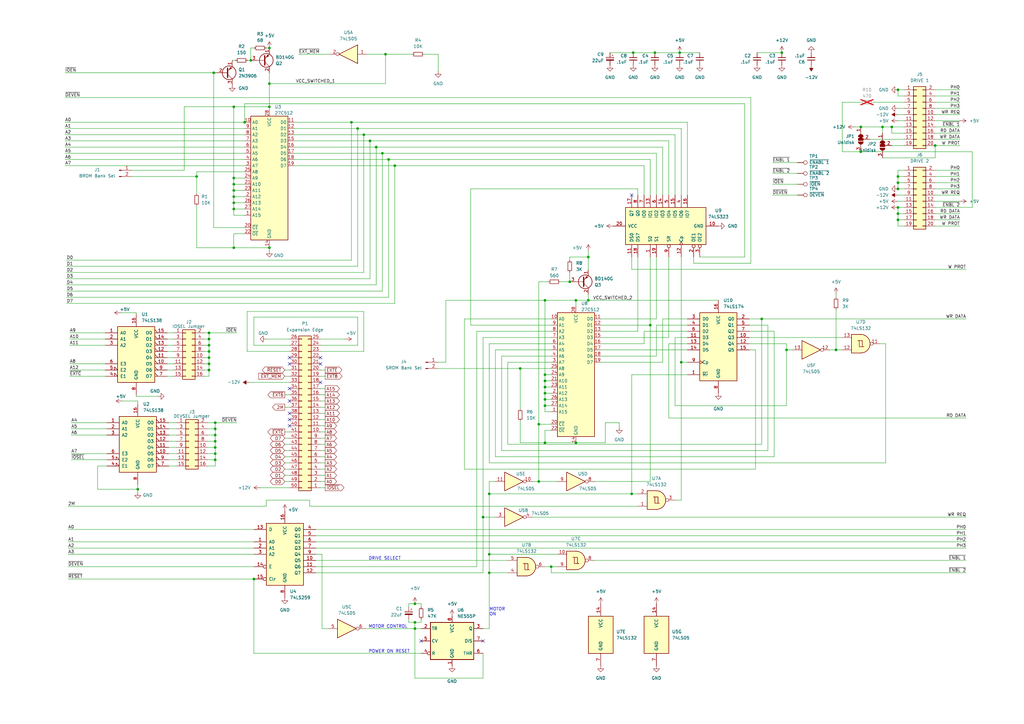
<source format=kicad_sch>
(kicad_sch
	(version 20250114)
	(generator "eeschema")
	(generator_version "9.0")
	(uuid "8d29f76a-632b-4d71-951f-82f85a7a70e9")
	(paper "A3")
	
	(text "DRIVE SELECT"
		(exclude_from_sim no)
		(at 151.13 229.87 0)
		(effects
			(font
				(size 1.27 1.27)
			)
			(justify left bottom)
		)
		(uuid "32096c80-1d98-4ed0-8b17-2c750151b76c")
	)
	(text "MOTOR CONTROL"
		(exclude_from_sim no)
		(at 151.13 257.81 0)
		(effects
			(font
				(size 1.27 1.27)
			)
			(justify left bottom)
		)
		(uuid "b6ef62f4-c465-4c3c-acae-af238f4f26b2")
	)
	(text "POWER ON RESET"
		(exclude_from_sim no)
		(at 151.13 267.97 0)
		(effects
			(font
				(size 1.27 1.27)
			)
			(justify left bottom)
		)
		(uuid "dc85ec82-107c-4516-8ee4-ef92570893f2")
	)
	(text "MOTOR\nON"
		(exclude_from_sim no)
		(at 200.66 252.73 0)
		(effects
			(font
				(size 1.27 1.27)
			)
			(justify left bottom)
		)
		(uuid "f1de4597-caac-4049-8722-f6b4249c5637")
	)
	(junction
		(at 110.49 101.6)
		(diameter 0)
		(color 0 0 0 0)
		(uuid "05c35608-664a-4ca0-a2cf-31b6dd200424")
	)
	(junction
		(at 223.52 156.21)
		(diameter 0)
		(color 0 0 0 0)
		(uuid "0879c555-36d5-4c97-9aed-43411da9ea34")
	)
	(junction
		(at 266.7 133.35)
		(diameter 0)
		(color 0 0 0 0)
		(uuid "0a7b412f-70cb-4bdd-ac90-37c18fe81247")
	)
	(junction
		(at 85.725 149.225)
		(diameter 0)
		(color 0 0 0 0)
		(uuid "15605a0c-cf96-43bb-bf76-4c3d136378e6")
	)
	(junction
		(at 85.725 146.685)
		(diameter 0)
		(color 0 0 0 0)
		(uuid "1d4718a5-778a-4c3f-af8e-520b4e244b5b")
	)
	(junction
		(at 88.265 188.595)
		(diameter 0)
		(color 0 0 0 0)
		(uuid "1e542cfd-ea36-43ee-93f7-7150fc86a6b4")
	)
	(junction
		(at 365.76 52.07)
		(diameter 0)
		(color 0 0 0 0)
		(uuid "1e8fbe2b-8679-4f6a-aaab-41b5049b065b")
	)
	(junction
		(at 383.54 59.69)
		(diameter 0)
		(color 0 0 0 0)
		(uuid "1ea8a149-4aba-4853-bb4c-0394837ed622")
	)
	(junction
		(at 223.52 163.83)
		(diameter 0)
		(color 0 0 0 0)
		(uuid "1f6afc94-5427-44ba-ab5f-f21ca14d71ab")
	)
	(junction
		(at 200.66 227.33)
		(diameter 0)
		(color 0 0 0 0)
		(uuid "21deab9e-fe49-40f1-b271-ad9e3c1158a7")
	)
	(junction
		(at 88.265 173.355)
		(diameter 0)
		(color 0 0 0 0)
		(uuid "24448ccd-4e6b-4297-b1cd-b6b3f34a53d5")
	)
	(junction
		(at 223.52 161.29)
		(diameter 0)
		(color 0 0 0 0)
		(uuid "245bc0dd-2dc9-4f33-9560-45e6c9b400d0")
	)
	(junction
		(at 95.885 78.105)
		(diameter 0)
		(color 0 0 0 0)
		(uuid "25f08a18-5173-49a1-aa77-e63c3fb09d67")
	)
	(junction
		(at 158.115 22.225)
		(diameter 0)
		(color 0 0 0 0)
		(uuid "27b08bf3-8111-4a1b-96e8-87c4fc51cf03")
	)
	(junction
		(at 100.33 50.165)
		(diameter 0)
		(color 0 0 0 0)
		(uuid "28fb8a3f-b729-4ea4-99d2-cd1ac9fbe931")
	)
	(junction
		(at 88.265 183.515)
		(diameter 0)
		(color 0 0 0 0)
		(uuid "2c34ae5a-d1be-4bcf-bebe-ffa670279c84")
	)
	(junction
		(at 241.3 105.41)
		(diameter 0)
		(color 0 0 0 0)
		(uuid "2fbcbfb6-89ff-44c4-b8ab-a14cc42ccb95")
	)
	(junction
		(at 146.685 52.705)
		(diameter 0)
		(color 0 0 0 0)
		(uuid "30f5f225-0a6f-48a9-bb29-175458688e88")
	)
	(junction
		(at 223.52 153.67)
		(diameter 0)
		(color 0 0 0 0)
		(uuid "3b5798c4-1c2c-4a98-b765-79969f2e65cd")
	)
	(junction
		(at 88.265 180.975)
		(diameter 0)
		(color 0 0 0 0)
		(uuid "3cd3a86d-dd12-4db6-88c3-bb7512f569e8")
	)
	(junction
		(at 95.885 85.725)
		(diameter 0)
		(color 0 0 0 0)
		(uuid "3d15289f-6bd0-498d-9a91-a024047ae632")
	)
	(junction
		(at 268.605 21.59)
		(diameter 0)
		(color 0 0 0 0)
		(uuid "3dc49e25-d3e2-497d-bca1-dce6211dd479")
	)
	(junction
		(at 368.3 77.47)
		(diameter 0)
		(color 0 0 0 0)
		(uuid "40c57ef4-872a-4933-bfac-3fad98a7faeb")
	)
	(junction
		(at 95.885 73.025)
		(diameter 0)
		(color 0 0 0 0)
		(uuid "44338e21-f061-4f16-bddc-4b95d1200ff8")
	)
	(junction
		(at 56.515 200.66)
		(diameter 0)
		(color 0 0 0 0)
		(uuid "4474fbc5-95c0-46eb-be76-03f928b7ae21")
	)
	(junction
		(at 320.675 21.59)
		(diameter 0)
		(color 0 0 0 0)
		(uuid "463c12d8-e767-4dd8-97c0-cdb283823d10")
	)
	(junction
		(at 259.08 202.565)
		(diameter 0)
		(color 0 0 0 0)
		(uuid "4d1bf63f-0fa7-41aa-b85c-9f91e7e3a330")
	)
	(junction
		(at 278.765 21.59)
		(diameter 0)
		(color 0 0 0 0)
		(uuid "5050a3d7-cc2e-41dc-a3ff-0ef2e03614ae")
	)
	(junction
		(at 88.265 175.895)
		(diameter 0)
		(color 0 0 0 0)
		(uuid "528db227-f1ec-48a4-84f3-957e6a0e2945")
	)
	(junction
		(at 85.725 141.605)
		(diameter 0)
		(color 0 0 0 0)
		(uuid "567b4917-422e-4da3-896c-e3f1f7b69bc9")
	)
	(junction
		(at 368.3 36.83)
		(diameter 0)
		(color 0 0 0 0)
		(uuid "5d0ce87b-48fa-46aa-8a28-60ec56664695")
	)
	(junction
		(at 88.265 186.055)
		(diameter 0)
		(color 0 0 0 0)
		(uuid "5f72fc10-b556-4014-a2dc-4c1edea61bbb")
	)
	(junction
		(at 220.98 173.99)
		(diameter 0)
		(color 0 0 0 0)
		(uuid "6268f925-3c3e-4c07-8457-e5d0c0f63fae")
	)
	(junction
		(at 154.305 60.325)
		(diameter 0)
		(color 0 0 0 0)
		(uuid "69a5cb29-894a-4088-9123-a45b36745aad")
	)
	(junction
		(at 88.265 178.435)
		(diameter 0)
		(color 0 0 0 0)
		(uuid "6beb30db-72de-42e8-a0d7-1b562182385d")
	)
	(junction
		(at 220.98 197.485)
		(diameter 0)
		(color 0 0 0 0)
		(uuid "6c2f69b3-9b7c-434c-bb20-a6baea35c014")
	)
	(junction
		(at 104.14 237.49)
		(diameter 0)
		(color 0 0 0 0)
		(uuid "73b75c6b-0481-4c40-949d-c5403ad081db")
	)
	(junction
		(at 368.3 74.93)
		(diameter 0)
		(color 0 0 0 0)
		(uuid "786a55f6-f68a-4747-9143-eb9c21ad29f8")
	)
	(junction
		(at 161.925 67.945)
		(diameter 0)
		(color 0 0 0 0)
		(uuid "797db6ae-81a2-4e43-b4a3-1a961e3d2ce2")
	)
	(junction
		(at 151.765 57.785)
		(diameter 0)
		(color 0 0 0 0)
		(uuid "7b51218c-7899-428e-9d5a-d5cbdf48df8f")
	)
	(junction
		(at 159.385 65.405)
		(diameter 0)
		(color 0 0 0 0)
		(uuid "7fbb1f98-7376-4587-9074-f062416820d2")
	)
	(junction
		(at 241.3 123.19)
		(diameter 0)
		(color 0 0 0 0)
		(uuid "813bc9ac-6aff-4f98-8f32-f441000ea493")
	)
	(junction
		(at 233.68 115.57)
		(diameter 0)
		(color 0 0 0 0)
		(uuid "817bd96e-b692-4715-983a-e1dd4ef73bb8")
	)
	(junction
		(at 95.885 83.185)
		(diameter 0)
		(color 0 0 0 0)
		(uuid "82e60a17-5192-47b0-809b-9d2b4e3e2a41")
	)
	(junction
		(at 85.725 136.525)
		(diameter 0)
		(color 0 0 0 0)
		(uuid "83915695-10b4-4375-96ca-404e57c38876")
	)
	(junction
		(at 144.145 50.165)
		(diameter 0)
		(color 0 0 0 0)
		(uuid "84cb6800-fdec-4336-9e0d-692f16a0e20e")
	)
	(junction
		(at 279.4 148.59)
		(diameter 0)
		(color 0 0 0 0)
		(uuid "87a0eb59-2dce-441c-9dd8-c0e92ab69b80")
	)
	(junction
		(at 198.12 212.09)
		(diameter 0)
		(color 0 0 0 0)
		(uuid "8e5d7652-5f57-4b05-a03e-7724a43fa613")
	)
	(junction
		(at 95.885 101.6)
		(diameter 0)
		(color 0 0 0 0)
		(uuid "8f5ebc58-e6f8-4787-8942-a1ec1418d1b7")
	)
	(junction
		(at 322.58 143.51)
		(diameter 0)
		(color 0 0 0 0)
		(uuid "9072744a-3983-4bde-8321-c7b4fbdcaee0")
	)
	(junction
		(at 170.18 257.81)
		(diameter 0)
		(color 0 0 0 0)
		(uuid "94683f4a-bad4-4ca4-aec8-1e76d7911546")
	)
	(junction
		(at 170.18 255.27)
		(diameter 0)
		(color 0 0 0 0)
		(uuid "9689360c-62f4-4ccd-928a-0354a8b12062")
	)
	(junction
		(at 170.18 247.65)
		(diameter 0)
		(color 0 0 0 0)
		(uuid "98f039f2-3a30-409f-8e2f-7f3bd469c43e")
	)
	(junction
		(at 368.3 72.39)
		(diameter 0)
		(color 0 0 0 0)
		(uuid "9a860088-5b1b-4997-b300-ff2cfa89e410")
	)
	(junction
		(at 80.645 72.39)
		(diameter 0)
		(color 0 0 0 0)
		(uuid "9c85b338-410e-4f21-85a1-16cc577a80f6")
	)
	(junction
		(at 223.52 181.61)
		(diameter 0)
		(color 0 0 0 0)
		(uuid "9fe2b187-bc45-4cca-a998-2f56a15f492e")
	)
	(junction
		(at 213.36 151.13)
		(diameter 0)
		(color 0 0 0 0)
		(uuid "a3fd1932-06aa-4647-b2d8-ad94fa969d00")
	)
	(junction
		(at 156.845 62.865)
		(diameter 0)
		(color 0 0 0 0)
		(uuid "a40c354b-9e3f-4183-952c-982ff222b866")
	)
	(junction
		(at 223.52 158.75)
		(diameter 0)
		(color 0 0 0 0)
		(uuid "a55a0779-c230-4e34-bb7b-f0f7788b5802")
	)
	(junction
		(at 110.49 19.685)
		(diameter 0)
		(color 0 0 0 0)
		(uuid "a6ba40bd-718f-4798-b37b-734100ad6413")
	)
	(junction
		(at 85.725 139.065)
		(diameter 0)
		(color 0 0 0 0)
		(uuid "a83d4110-ac2d-4f84-be37-09b66f571eb9")
	)
	(junction
		(at 368.3 87.63)
		(diameter 0)
		(color 0 0 0 0)
		(uuid "a8b53387-bb5e-4160-878a-021b66310ef4")
	)
	(junction
		(at 95.885 80.645)
		(diameter 0)
		(color 0 0 0 0)
		(uuid "a8beffd9-87f8-453c-afce-3b5f62487bd7")
	)
	(junction
		(at 110.49 34.29)
		(diameter 0)
		(color 0 0 0 0)
		(uuid "aa1ed054-f711-417c-8905-992984459449")
	)
	(junction
		(at 87.63 29.845)
		(diameter 0)
		(color 0 0 0 0)
		(uuid "aa8fb7e6-99cf-47d0-8987-dd0143778620")
	)
	(junction
		(at 85.725 151.765)
		(diameter 0)
		(color 0 0 0 0)
		(uuid "b1fa9f39-1a4a-4822-9751-a1f130395fdb")
	)
	(junction
		(at 85.725 144.145)
		(diameter 0)
		(color 0 0 0 0)
		(uuid "b39130d2-2e46-4427-8a0f-d53c56f819d3")
	)
	(junction
		(at 200.66 202.565)
		(diameter 0)
		(color 0 0 0 0)
		(uuid "b3d6d337-68bb-4836-b7fe-89e885bcad7c")
	)
	(junction
		(at 368.3 85.09)
		(diameter 0)
		(color 0 0 0 0)
		(uuid "b6c465a5-bb87-454a-97c7-05467e0dccf6")
	)
	(junction
		(at 102.87 24.765)
		(diameter 0)
		(color 0 0 0 0)
		(uuid "bda0ddc4-ff04-4a03-bd76-4bb2033488ce")
	)
	(junction
		(at 200.66 234.95)
		(diameter 0)
		(color 0 0 0 0)
		(uuid "bf10109e-476a-4edb-af39-68c09c46d515")
	)
	(junction
		(at 149.225 55.245)
		(diameter 0)
		(color 0 0 0 0)
		(uuid "bf139f30-b47c-44ad-b650-ef3c6c14a974")
	)
	(junction
		(at 223.52 166.37)
		(diameter 0)
		(color 0 0 0 0)
		(uuid "cf82bfd1-c322-4834-8111-b1cc12dbb0c1")
	)
	(junction
		(at 353.06 52.07)
		(diameter 0)
		(color 0 0 0 0)
		(uuid "e148e5c5-24ad-4f9f-95ae-ac7f40a64813")
	)
	(junction
		(at 236.22 181.61)
		(diameter 0)
		(color 0 0 0 0)
		(uuid "e1ed6a2a-b089-4042-ae3a-4aafc9c776cd")
	)
	(junction
		(at 342.9 143.51)
		(diameter 0)
		(color 0 0 0 0)
		(uuid "e2416487-9682-4e25-b69e-39b86bcb6212")
	)
	(junction
		(at 223.52 123.19)
		(diameter 0)
		(color 0 0 0 0)
		(uuid "e44c4ffb-887d-4faa-822f-fe542d4a4c90")
	)
	(junction
		(at 236.22 123.19)
		(diameter 0)
		(color 0 0 0 0)
		(uuid "e7b57ddc-28e9-4fe3-beee-f7ac91049199")
	)
	(junction
		(at 368.3 90.17)
		(diameter 0)
		(color 0 0 0 0)
		(uuid "e842378a-2f4b-489f-9cb1-df531ab6638b")
	)
	(junction
		(at 312.42 130.81)
		(diameter 0)
		(color 0 0 0 0)
		(uuid "ec467555-1589-4c66-b85c-290dc8c684e7")
	)
	(junction
		(at 95.885 43.815)
		(diameter 0)
		(color 0 0 0 0)
		(uuid "ec4ee92f-b995-4c82-a511-8424fb0c79b2")
	)
	(junction
		(at 226.06 232.41)
		(diameter 0)
		(color 0 0 0 0)
		(uuid "f7d6edbc-0cf0-400c-bdd8-390463e62a6f")
	)
	(junction
		(at 361.95 52.07)
		(diameter 0)
		(color 0 0 0 0)
		(uuid "f866dbb5-de03-4d6d-a840-f4944249ed73")
	)
	(junction
		(at 95.885 75.565)
		(diameter 0)
		(color 0 0 0 0)
		(uuid "fc92d096-10d0-42f8-9ddf-df80125b38cd")
	)
	(junction
		(at 259.715 21.59)
		(diameter 0)
		(color 0 0 0 0)
		(uuid "fe287263-7782-408f-9055-5294e8efa29c")
	)
	(junction
		(at 353.06 62.23)
		(diameter 0)
		(color 0 0 0 0)
		(uuid "fe2cb73c-c9d3-40ab-a3af-645fc2e660d9")
	)
	(junction
		(at 110.49 43.815)
		(diameter 0)
		(color 0 0 0 0)
		(uuid "fe4b238e-e2ac-4962-9665-41ac3473b4bd")
	)
	(no_connect
		(at 131.445 146.685)
		(uuid "09cb5ca2-f037-4767-bd4d-094c054413ca")
	)
	(no_connect
		(at 118.745 149.225)
		(uuid "0c808b20-1ba0-487f-bde6-631fcdf86992")
	)
	(no_connect
		(at 172.72 262.89)
		(uuid "24ce83df-adc7-49b1-8de5-59140a6a241c")
	)
	(no_connect
		(at 259.08 80.01)
		(uuid "3801ac87-4c62-4d90-bb89-bd02a827a7a2")
	)
	(no_connect
		(at 118.745 172.085)
		(uuid "3df9b39c-f7bd-4e28-98f6-f2a8b555dccf")
	)
	(no_connect
		(at 118.745 169.545)
		(uuid "5ea4b0f4-536a-4279-ac4c-04203f194641")
	)
	(no_connect
		(at 131.445 149.225)
		(uuid "74c89753-aa43-46ac-82d6-f1c8035f7dc9")
	)
	(no_connect
		(at 198.12 262.89)
		(uuid "76bde493-9706-455b-a7ea-a279cace855f")
	)
	(no_connect
		(at 118.745 164.465)
		(uuid "7f40a9b2-6015-430a-bf2e-e9397fb5675f")
	)
	(no_connect
		(at 118.745 146.685)
		(uuid "845f3c28-3ea3-4169-9f2b-9dd6d4e7a7f3")
	)
	(no_connect
		(at 131.445 156.845)
		(uuid "a65c5215-f32e-4281-a70d-d2e04994f325")
	)
	(no_connect
		(at 118.745 174.625)
		(uuid "cc97dbf1-a437-4548-ac8f-50dfd2b59e4a")
	)
	(no_connect
		(at 118.745 159.385)
		(uuid "dfa21c67-ce2b-471f-aa3e-6773bee1e862")
	)
	(wire
		(pts
			(xy 322.58 140.97) (xy 322.58 143.51)
		)
		(stroke
			(width 0)
			(type default)
		)
		(uuid "002fd2d7-be66-4a87-8e49-65dcdd3be486")
	)
	(wire
		(pts
			(xy 248.285 181.61) (xy 248.285 173.355)
		)
		(stroke
			(width 0)
			(type default)
		)
		(uuid "003a73d5-bba8-4f69-b405-e7bae5f6934b")
	)
	(wire
		(pts
			(xy 383.54 64.77) (xy 383.54 59.69)
		)
		(stroke
			(width 0)
			(type default)
		)
		(uuid "005520ab-aa54-434d-95d0-10b1cd21ee1c")
	)
	(wire
		(pts
			(xy 85.725 136.525) (xy 85.725 139.065)
		)
		(stroke
			(width 0)
			(type default)
		)
		(uuid "00a94d22-003f-40ec-845f-c4453633bc53")
	)
	(wire
		(pts
			(xy 56.515 198.755) (xy 56.515 200.66)
		)
		(stroke
			(width 0)
			(type default)
		)
		(uuid "010d2632-ed4a-42a1-88c1-728d0e602dd6")
	)
	(wire
		(pts
			(xy 110.49 102.87) (xy 110.49 101.6)
		)
		(stroke
			(width 0)
			(type default)
		)
		(uuid "0185753a-a588-46cb-9bd2-7d92b7488512")
	)
	(wire
		(pts
			(xy 223.52 161.29) (xy 223.52 163.83)
		)
		(stroke
			(width 0)
			(type default)
		)
		(uuid "01ba4be6-9e75-4304-ab82-859249ee68f2")
	)
	(wire
		(pts
			(xy 193.04 77.47) (xy 193.04 133.35)
		)
		(stroke
			(width 0)
			(type default)
		)
		(uuid "01cfb3cc-45cf-4443-824a-1ca7d2dfc72d")
	)
	(wire
		(pts
			(xy 179.705 151.13) (xy 213.36 151.13)
		)
		(stroke
			(width 0)
			(type default)
		)
		(uuid "01d83745-668f-4543-9cc1-4a77d118a2b3")
	)
	(wire
		(pts
			(xy 170.18 257.81) (xy 172.72 257.81)
		)
		(stroke
			(width 0)
			(type default)
		)
		(uuid "02da0d16-3d12-46a4-9bc8-dac4689f99fc")
	)
	(wire
		(pts
			(xy 28.575 139.065) (xy 43.18 139.065)
		)
		(stroke
			(width 0)
			(type default)
		)
		(uuid "0372d352-2b15-4522-a99d-9b308d4b21f3")
	)
	(wire
		(pts
			(xy 236.22 123.19) (xy 236.22 125.73)
		)
		(stroke
			(width 0)
			(type default)
		)
		(uuid "03d3d3d3-e776-4c5d-a5f8-483f41545fa0")
	)
	(wire
		(pts
			(xy 276.86 55.245) (xy 276.86 80.01)
		)
		(stroke
			(width 0)
			(type default)
		)
		(uuid "040f556c-b731-474e-ba57-fe04d7580ff1")
	)
	(wire
		(pts
			(xy 203.2 187.325) (xy 317.5 187.325)
		)
		(stroke
			(width 0)
			(type default)
		)
		(uuid "0553e7ea-1d50-48ac-ac36-3cd63cd9aeea")
	)
	(wire
		(pts
			(xy 368.3 74.93) (xy 368.3 77.47)
		)
		(stroke
			(width 0)
			(type default)
		)
		(uuid "05fc52a7-2bcc-4649-8376-4c214b84bb97")
	)
	(wire
		(pts
			(xy 327.025 71.12) (xy 316.865 71.12)
		)
		(stroke
			(width 0)
			(type default)
		)
		(uuid "06554c61-3879-42e7-bf14-88ec2b2f2cc4")
	)
	(wire
		(pts
			(xy 83.82 141.605) (xy 85.725 141.605)
		)
		(stroke
			(width 0)
			(type default)
		)
		(uuid "069b6b70-2781-406e-a655-e9752625b982")
	)
	(wire
		(pts
			(xy 104.14 130.048) (xy 104.14 141.605)
		)
		(stroke
			(width 0)
			(type default)
		)
		(uuid "07f2b615-5605-464c-80d8-11014832cdd0")
	)
	(wire
		(pts
			(xy 158.115 34.29) (xy 158.115 22.225)
		)
		(stroke
			(width 0)
			(type default)
		)
		(uuid "07f86f79-4086-4875-8ceb-b9ee61abd8d7")
	)
	(wire
		(pts
			(xy 129.54 229.87) (xy 208.28 229.87)
		)
		(stroke
			(width 0)
			(type default)
		)
		(uuid "07f89384-a348-4bbf-a28a-b33c80b0b3ed")
	)
	(wire
		(pts
			(xy 236.22 181.61) (xy 223.52 181.61)
		)
		(stroke
			(width 0)
			(type default)
		)
		(uuid "0823ec80-9f4f-4636-8f6b-e201415c7393")
	)
	(wire
		(pts
			(xy 383.54 90.17) (xy 393.7 90.17)
		)
		(stroke
			(width 0)
			(type default)
		)
		(uuid "08362519-b1e4-4590-b4b6-c24b3a2cf7bb")
	)
	(wire
		(pts
			(xy 229.87 115.57) (xy 233.68 115.57)
		)
		(stroke
			(width 0)
			(type default)
		)
		(uuid "087f17fb-ff18-4761-b50b-f3e75102182a")
	)
	(wire
		(pts
			(xy 190.5 192.405) (xy 309.88 192.405)
		)
		(stroke
			(width 0)
			(type default)
		)
		(uuid "0a546a50-d10e-4e34-9f3b-20da1ac81caa")
	)
	(wire
		(pts
			(xy 226.06 234.95) (xy 396.24 234.95)
		)
		(stroke
			(width 0)
			(type default)
		)
		(uuid "0ae6ec9f-c2d0-41a1-90f4-0b58ed9f7c02")
	)
	(wire
		(pts
			(xy 120.65 60.325) (xy 154.305 60.325)
		)
		(stroke
			(width 0)
			(type default)
		)
		(uuid "0b9926af-65cd-4ea2-9312-fe7c9913ce8e")
	)
	(wire
		(pts
			(xy 83.82 144.145) (xy 85.725 144.145)
		)
		(stroke
			(width 0)
			(type default)
		)
		(uuid "0be18984-773f-49ef-a1ef-0ae3e40ae114")
	)
	(wire
		(pts
			(xy 172.72 247.65) (xy 172.72 248.92)
		)
		(stroke
			(width 0)
			(type default)
		)
		(uuid "0c5d24ae-baf9-4661-9db5-5926b2ac1d6b")
	)
	(wire
		(pts
			(xy 246.38 133.35) (xy 266.7 133.35)
		)
		(stroke
			(width 0)
			(type default)
		)
		(uuid "0c7cadb5-6da1-4221-83d0-f0170aff118f")
	)
	(wire
		(pts
			(xy 131.445 189.865) (xy 133.35 189.865)
		)
		(stroke
			(width 0)
			(type default)
		)
		(uuid "0cd9d382-dd16-4687-ae20-27db55c4969f")
	)
	(wire
		(pts
			(xy 278.765 21.59) (xy 268.605 21.59)
		)
		(stroke
			(width 0)
			(type default)
		)
		(uuid "0eb99482-694f-4ff1-89fa-58ae1322d661")
	)
	(wire
		(pts
			(xy 95.885 83.185) (xy 95.885 85.725)
		)
		(stroke
			(width 0)
			(type default)
		)
		(uuid "0ee42175-0922-4fb8-8624-c0ef2f28e750")
	)
	(wire
		(pts
			(xy 29.21 178.435) (xy 43.815 178.435)
		)
		(stroke
			(width 0)
			(type default)
		)
		(uuid "0eeabcd7-348c-496c-bf89-9efee8011e76")
	)
	(wire
		(pts
			(xy 75.565 43.815) (xy 75.565 69.85)
		)
		(stroke
			(width 0)
			(type default)
		)
		(uuid "0f6a6bb9-658a-4cc8-aaab-2f8456bff783")
	)
	(wire
		(pts
			(xy 220.98 115.57) (xy 220.98 173.99)
		)
		(stroke
			(width 0)
			(type default)
		)
		(uuid "0fe8bb65-946b-4e9d-a4b7-45277f4d9e4f")
	)
	(wire
		(pts
			(xy 131.445 161.925) (xy 133.35 161.925)
		)
		(stroke
			(width 0)
			(type default)
		)
		(uuid "11530c3b-e92a-4222-8587-26beff227523")
	)
	(wire
		(pts
			(xy 223.52 156.21) (xy 226.06 156.21)
		)
		(stroke
			(width 0)
			(type default)
		)
		(uuid "11aec3cf-6786-4b61-9abd-5102df521d8b")
	)
	(wire
		(pts
			(xy 85.725 149.225) (xy 85.725 151.765)
		)
		(stroke
			(width 0)
			(type default)
		)
		(uuid "11dd4137-c665-4866-85ed-f9fe8e15cd9c")
	)
	(wire
		(pts
			(xy 146.685 130.048) (xy 104.14 130.048)
		)
		(stroke
			(width 0)
			(type default)
		)
		(uuid "12ae0546-56ce-4946-ae78-a3f728f0fec8")
	)
	(wire
		(pts
			(xy 223.52 166.37) (xy 226.06 166.37)
		)
		(stroke
			(width 0)
			(type default)
		)
		(uuid "146549e8-1fcd-4d37-bd27-c60fa48989bf")
	)
	(wire
		(pts
			(xy 129.54 219.71) (xy 396.24 219.71)
		)
		(stroke
			(width 0)
			(type default)
		)
		(uuid "1509c567-c73b-47f2-8d0f-5f03d2c921cd")
	)
	(wire
		(pts
			(xy 101.346 144.145) (xy 118.745 144.145)
		)
		(stroke
			(width 0)
			(type default)
		)
		(uuid "151c7a5c-1632-4466-9a42-660310eb7d64")
	)
	(wire
		(pts
			(xy 116.84 167.005) (xy 118.745 167.005)
		)
		(stroke
			(width 0)
			(type default)
		)
		(uuid "15b9b2c6-c334-4e36-8e4f-94f73fcd7630")
	)
	(wire
		(pts
			(xy 131.445 154.305) (xy 133.35 154.305)
		)
		(stroke
			(width 0)
			(type default)
		)
		(uuid "16401bde-830b-4199-83e6-9779a594a4d2")
	)
	(wire
		(pts
			(xy 116.84 192.405) (xy 118.745 192.405)
		)
		(stroke
			(width 0)
			(type default)
		)
		(uuid "17982d4b-6e11-43bc-b285-ce88a4c766c4")
	)
	(wire
		(pts
			(xy 149.225 55.245) (xy 149.225 111.76)
		)
		(stroke
			(width 0)
			(type default)
		)
		(uuid "188d085c-7dae-4530-bce0-1bd1ae787617")
	)
	(wire
		(pts
			(xy 27.305 109.22) (xy 146.685 109.22)
		)
		(stroke
			(width 0)
			(type default)
		)
		(uuid "18bb29e6-bd56-4695-9c90-9d4b55326793")
	)
	(wire
		(pts
			(xy 95.885 80.645) (xy 100.33 80.645)
		)
		(stroke
			(width 0)
			(type default)
		)
		(uuid "18cd97b8-567e-461a-a569-6d9b12001701")
	)
	(wire
		(pts
			(xy 161.925 67.945) (xy 161.925 124.46)
		)
		(stroke
			(width 0)
			(type default)
		)
		(uuid "19500551-9ab5-4760-9805-a118fda9c985")
	)
	(wire
		(pts
			(xy 305.435 105.41) (xy 287.02 105.41)
		)
		(stroke
			(width 0)
			(type default)
		)
		(uuid "1b90a748-4469-4403-b368-76126115304b")
	)
	(wire
		(pts
			(xy 131.445 187.325) (xy 133.35 187.325)
		)
		(stroke
			(width 0)
			(type default)
		)
		(uuid "1bdb2ec4-0b54-486d-ab8a-3a3cf73fc46f")
	)
	(wire
		(pts
			(xy 383.54 87.63) (xy 393.7 87.63)
		)
		(stroke
			(width 0)
			(type default)
		)
		(uuid "1be80b5c-5e71-4a4a-961c-b34579570a79")
	)
	(wire
		(pts
			(xy 144.145 50.165) (xy 281.94 50.165)
		)
		(stroke
			(width 0)
			(type default)
		)
		(uuid "1c9db634-753f-4221-a5bc-7ad4208eb554")
	)
	(wire
		(pts
			(xy 129.54 224.79) (xy 396.24 224.79)
		)
		(stroke
			(width 0)
			(type default)
		)
		(uuid "1cab1c13-e5e2-44d6-8611-199df41cc51a")
	)
	(wire
		(pts
			(xy 223.52 161.29) (xy 226.06 161.29)
		)
		(stroke
			(width 0)
			(type default)
		)
		(uuid "1cb61f41-3d1c-4dff-9479-62fab2287e26")
	)
	(wire
		(pts
			(xy 383.54 77.47) (xy 393.7 77.47)
		)
		(stroke
			(width 0)
			(type default)
		)
		(uuid "1d496e3c-d9a8-486f-a410-c99bf08bd807")
	)
	(wire
		(pts
			(xy 361.95 52.07) (xy 365.76 52.07)
		)
		(stroke
			(width 0)
			(type default)
		)
		(uuid "1dda161e-260d-4726-85f3-e91e571d654a")
	)
	(wire
		(pts
			(xy 198.12 138.43) (xy 198.12 212.09)
		)
		(stroke
			(width 0)
			(type default)
		)
		(uuid "1e9b3331-6e4c-425f-bd5b-40abfe37006d")
	)
	(wire
		(pts
			(xy 159.385 65.405) (xy 159.385 121.92)
		)
		(stroke
			(width 0)
			(type default)
		)
		(uuid "1eb92119-727b-45ae-afe1-c32360d66c60")
	)
	(wire
		(pts
			(xy 213.36 172.72) (xy 213.36 181.61)
		)
		(stroke
			(width 0)
			(type default)
		)
		(uuid "1f047f7a-4f58-483c-a838-16e33a170444")
	)
	(wire
		(pts
			(xy 236.22 123.19) (xy 241.3 123.19)
		)
		(stroke
			(width 0)
			(type default)
		)
		(uuid "1f822886-b150-4786-b463-4be39e03903a")
	)
	(wire
		(pts
			(xy 383.54 85.09) (xy 398.78 85.09)
		)
		(stroke
			(width 0)
			(type default)
		)
		(uuid "1fe2f8af-ca13-49d2-b540-1d676020e7bd")
	)
	(wire
		(pts
			(xy 149.225 144.145) (xy 149.225 127.762)
		)
		(stroke
			(width 0)
			(type default)
		)
		(uuid "203d27a7-ebba-4d12-badd-bc5fc73a868a")
	)
	(wire
		(pts
			(xy 95.885 101.6) (xy 80.645 101.6)
		)
		(stroke
			(width 0)
			(type default)
		)
		(uuid "204e05df-26b4-4276-bf7a-8eea107c2c98")
	)
	(wire
		(pts
			(xy 146.685 52.705) (xy 279.4 52.705)
		)
		(stroke
			(width 0)
			(type default)
		)
		(uuid "206dcf71-bf16-4891-9f5e-88ec4e245610")
	)
	(wire
		(pts
			(xy 320.675 21.59) (xy 310.515 21.59)
		)
		(stroke
			(width 0)
			(type default)
		)
		(uuid "20b6a1e8-b9fb-42eb-aebb-c1936f2291ce")
	)
	(wire
		(pts
			(xy 68.58 146.685) (xy 71.12 146.685)
		)
		(stroke
			(width 0)
			(type default)
		)
		(uuid "226991fb-ca2b-48ff-8520-0a29fe7d9306")
	)
	(wire
		(pts
			(xy 350.52 52.07) (xy 353.06 52.07)
		)
		(stroke
			(width 0)
			(type default)
		)
		(uuid "22875feb-91b0-472b-8b00-e74ac9893d1e")
	)
	(wire
		(pts
			(xy 269.24 62.865) (xy 269.24 80.01)
		)
		(stroke
			(width 0)
			(type default)
		)
		(uuid "2375a23b-508c-4bd3-8e4f-5aebe6b07800")
	)
	(wire
		(pts
			(xy 80.645 72.39) (xy 80.645 70.485)
		)
		(stroke
			(width 0)
			(type default)
		)
		(uuid "23955a25-f4da-497a-b473-c0e5f5f270aa")
	)
	(wire
		(pts
			(xy 182.88 123.19) (xy 182.88 148.59)
		)
		(stroke
			(width 0)
			(type default)
		)
		(uuid "2398833d-04b7-452d-ba6b-d7e4fe02f403")
	)
	(wire
		(pts
			(xy 274.32 105.41) (xy 274.32 138.43)
		)
		(stroke
			(width 0)
			(type default)
		)
		(uuid "23cc4ae3-9b03-40bb-82e0-23fc4d40ea5f")
	)
	(wire
		(pts
			(xy 29.21 173.355) (xy 43.815 173.355)
		)
		(stroke
			(width 0)
			(type default)
		)
		(uuid "23d03d7f-3fa3-4262-94ef-c7d67723f473")
	)
	(wire
		(pts
			(xy 363.22 189.865) (xy 363.22 140.97)
		)
		(stroke
			(width 0)
			(type default)
		)
		(uuid "24bfe3c6-60e2-4a78-bb62-924392218143")
	)
	(wire
		(pts
			(xy 131.445 179.705) (xy 133.35 179.705)
		)
		(stroke
			(width 0)
			(type default)
		)
		(uuid "25d35aca-2b44-482d-a9c6-cd18913cbaf2")
	)
	(wire
		(pts
			(xy 317.5 187.325) (xy 317.5 135.89)
		)
		(stroke
			(width 0)
			(type default)
		)
		(uuid "26bfe3d7-2568-4e2f-8999-9e95f79e347d")
	)
	(wire
		(pts
			(xy 85.09 173.355) (xy 88.265 173.355)
		)
		(stroke
			(width 0)
			(type default)
		)
		(uuid "27b53377-6b90-493b-b895-b0fcefdc409c")
	)
	(wire
		(pts
			(xy 55.88 162.56) (xy 55.88 161.925)
		)
		(stroke
			(width 0)
			(type default)
		)
		(uuid "285627d0-acc1-4cd2-89a3-1af34c724ae4")
	)
	(wire
		(pts
			(xy 259.715 21.59) (xy 268.605 21.59)
		)
		(stroke
			(width 0)
			(type default)
		)
		(uuid "28ee4499-e07b-43fb-bdd3-59c6b0292bd3")
	)
	(wire
		(pts
			(xy 27.94 207.645) (xy 109.22 207.645)
		)
		(stroke
			(width 0)
			(type default)
		)
		(uuid "29c06ac6-9c42-4ff5-bb25-48d0c8388580")
	)
	(wire
		(pts
			(xy 170.18 278.13) (xy 170.18 257.81)
		)
		(stroke
			(width 0)
			(type default)
		)
		(uuid "2a298268-8c25-4a45-ac9c-e4dea7c4f57f")
	)
	(wire
		(pts
			(xy 100.33 42.545) (xy 100.33 50.165)
		)
		(stroke
			(width 0)
			(type default)
		)
		(uuid "2a2a7cf9-e7e9-47ed-92d0-ed0421f9cb4d")
	)
	(wire
		(pts
			(xy 131.445 174.625) (xy 133.35 174.625)
		)
		(stroke
			(width 0)
			(type default)
		)
		(uuid "2ab04268-d2c1-443d-9da8-f95d2b922db2")
	)
	(wire
		(pts
			(xy 53.975 72.39) (xy 80.645 72.39)
		)
		(stroke
			(width 0)
			(type default)
		)
		(uuid "2b5a2f12-d2ee-4114-84b5-06e37c3a525f")
	)
	(wire
		(pts
			(xy 342.9 127) (xy 342.9 143.51)
		)
		(stroke
			(width 0)
			(type default)
		)
		(uuid "2ba5ec4f-a8db-4682-b3f7-54096fceba9a")
	)
	(wire
		(pts
			(xy 243.84 197.485) (xy 266.7 197.485)
		)
		(stroke
			(width 0)
			(type default)
		)
		(uuid "2c16da2e-69d4-4190-802f-fbd3cd59c96a")
	)
	(wire
		(pts
			(xy 129.54 234.95) (xy 198.12 234.95)
		)
		(stroke
			(width 0)
			(type default)
		)
		(uuid "2c8f55da-067b-4d3b-820e-5c0a11e5c7ab")
	)
	(wire
		(pts
			(xy 266.7 65.405) (xy 266.7 80.01)
		)
		(stroke
			(width 0)
			(type default)
		)
		(uuid "2c9b0c63-46b3-42f9-8c9e-6a34c099e00c")
	)
	(wire
		(pts
			(xy 190.5 130.81) (xy 226.06 130.81)
		)
		(stroke
			(width 0)
			(type default)
		)
		(uuid "2c9b1e05-123b-4754-adb2-bc98e3bb0e97")
	)
	(wire
		(pts
			(xy 27.305 106.68) (xy 144.145 106.68)
		)
		(stroke
			(width 0)
			(type default)
		)
		(uuid "2cbe804e-fa9f-40b7-8273-4e50a6d4c6f4")
	)
	(wire
		(pts
			(xy 27.305 111.76) (xy 149.225 111.76)
		)
		(stroke
			(width 0)
			(type default)
		)
		(uuid "2cc0634a-2688-4834-ae28-e2595dafd825")
	)
	(wire
		(pts
			(xy 200.66 227.33) (xy 200.66 234.95)
		)
		(stroke
			(width 0)
			(type default)
		)
		(uuid "2cc630b5-2500-4fa2-886f-ccf6a7ba2fa0")
	)
	(wire
		(pts
			(xy 102.87 19.685) (xy 104.14 19.685)
		)
		(stroke
			(width 0)
			(type default)
		)
		(uuid "2d232f74-4aba-4ea5-94ec-b0a706ad1466")
	)
	(wire
		(pts
			(xy 95.885 83.185) (xy 100.33 83.185)
		)
		(stroke
			(width 0)
			(type default)
		)
		(uuid "2d35af53-f4dc-4d5f-894d-cb4d07b6d7c6")
	)
	(wire
		(pts
			(xy 83.82 154.305) (xy 85.725 154.305)
		)
		(stroke
			(width 0)
			(type default)
		)
		(uuid "2e1afdfd-04a4-4a81-86fa-5d91ad3a5d78")
	)
	(wire
		(pts
			(xy 116.84 182.245) (xy 118.745 182.245)
		)
		(stroke
			(width 0)
			(type default)
		)
		(uuid "2f250031-cd09-4dcd-a85f-5ef9ad5a6c05")
	)
	(wire
		(pts
			(xy 383.54 41.91) (xy 393.7 41.91)
		)
		(stroke
			(width 0)
			(type default)
		)
		(uuid "2f6019e0-a517-4718-a181-073367eb84ab")
	)
	(wire
		(pts
			(xy 200.66 140.97) (xy 200.66 189.865)
		)
		(stroke
			(width 0)
			(type default)
		)
		(uuid "2fb296b0-6096-4c7a-85c9-e6a15a41ef1a")
	)
	(wire
		(pts
			(xy 95.885 75.565) (xy 95.885 78.105)
		)
		(stroke
			(width 0)
			(type default)
		)
		(uuid "30403b14-9def-435c-bd6f-a85844ce71df")
	)
	(wire
		(pts
			(xy 27.305 124.46) (xy 161.925 124.46)
		)
		(stroke
			(width 0)
			(type default)
		)
		(uuid "30d6aadb-d508-4cae-a200-774e606bbfa1")
	)
	(wire
		(pts
			(xy 261.62 105.41) (xy 261.62 135.89)
		)
		(stroke
			(width 0)
			(type default)
		)
		(uuid "31d27f1b-b8bd-4e3f-b671-71b0b22ff6ff")
	)
	(wire
		(pts
			(xy 28.575 136.525) (xy 43.18 136.525)
		)
		(stroke
			(width 0)
			(type default)
		)
		(uuid "32ebe881-783b-4267-a979-85a0df767077")
	)
	(wire
		(pts
			(xy 200.66 189.865) (xy 363.22 189.865)
		)
		(stroke
			(width 0)
			(type default)
		)
		(uuid "34df1aa3-641f-4d1c-aae0-195b7c53ff43")
	)
	(wire
		(pts
			(xy 307.34 135.89) (xy 317.5 135.89)
		)
		(stroke
			(width 0)
			(type default)
		)
		(uuid "353ea4d8-3abc-48c0-990c-e9d2b9121467")
	)
	(wire
		(pts
			(xy 281.94 50.165) (xy 281.94 80.01)
		)
		(stroke
			(width 0)
			(type default)
		)
		(uuid "355d96a7-b863-431a-a668-481b97175e85")
	)
	(wire
		(pts
			(xy 131.445 192.405) (xy 133.35 192.405)
		)
		(stroke
			(width 0)
			(type default)
		)
		(uuid "35ee101e-87d7-4b57-ab93-1eb6551f657b")
	)
	(wire
		(pts
			(xy 80.645 84.455) (xy 80.645 101.6)
		)
		(stroke
			(width 0)
			(type default)
		)
		(uuid "3602f1c3-a297-477e-8d41-723debe510c7")
	)
	(wire
		(pts
			(xy 131.445 200.025) (xy 133.35 200.025)
		)
		(stroke
			(width 0)
			(type default)
		)
		(uuid "36320a72-48da-4e36-8f3e-297e7299917f")
	)
	(wire
		(pts
			(xy 27.94 217.17) (xy 104.14 217.17)
		)
		(stroke
			(width 0)
			(type default)
		)
		(uuid "369901b2-1923-434e-a616-68211a0c0ce3")
	)
	(wire
		(pts
			(xy 342.9 120.65) (xy 342.9 121.92)
		)
		(stroke
			(width 0)
			(type default)
		)
		(uuid "39504826-2165-4a11-aa9c-8dbb2537af7f")
	)
	(wire
		(pts
			(xy 49.53 128.27) (xy 55.88 128.27)
		)
		(stroke
			(width 0)
			(type default)
		)
		(uuid "3ab9f7fa-bb85-4bd9-a0b9-1a628caa4860")
	)
	(wire
		(pts
			(xy 167.64 247.65) (xy 170.18 247.65)
		)
		(stroke
			(width 0)
			(type default)
		)
		(uuid "3d57f0a0-b1c2-4787-ae65-480f4bd3f77f")
	)
	(wire
		(pts
			(xy 368.3 69.85) (xy 368.3 72.39)
		)
		(stroke
			(width 0)
			(type default)
		)
		(uuid "3d95c92d-78c7-41b6-8e43-8b3d8ab38152")
	)
	(wire
		(pts
			(xy 233.68 105.41) (xy 233.68 106.68)
		)
		(stroke
			(width 0)
			(type default)
		)
		(uuid "3e58532a-5de3-4226-849a-886c6d81e971")
	)
	(wire
		(pts
			(xy 383.54 52.07) (xy 393.7 52.07)
		)
		(stroke
			(width 0)
			(type default)
		)
		(uuid "3ec79136-0629-45f8-b356-c72f40a2e69d")
	)
	(wire
		(pts
			(xy 218.44 197.485) (xy 220.98 197.485)
		)
		(stroke
			(width 0)
			(type default)
		)
		(uuid "3ef97970-f9aa-4dc6-890a-33e0c998d573")
	)
	(wire
		(pts
			(xy 243.84 229.87) (xy 396.24 229.87)
		)
		(stroke
			(width 0)
			(type default)
		)
		(uuid "3f141edf-b1b7-4c25-823b-bfa03f422569")
	)
	(wire
		(pts
			(xy 259.08 202.565) (xy 261.62 202.565)
		)
		(stroke
			(width 0)
			(type default)
		)
		(uuid "3fa16c28-6be2-4e36-9bc7-2cd17d08b4ad")
	)
	(wire
		(pts
			(xy 95.885 85.725) (xy 95.885 88.265)
		)
		(stroke
			(width 0)
			(type default)
		)
		(uuid "3facc87a-ce1e-47ac-b4be-1cdec47aa07f")
	)
	(wire
		(pts
			(xy 383.54 44.45) (xy 393.7 44.45)
		)
		(stroke
			(width 0)
			(type default)
		)
		(uuid "3feed079-8bc6-4d67-ab7d-8e4a65739e53")
	)
	(wire
		(pts
			(xy 43.815 191.135) (xy 40.005 191.135)
		)
		(stroke
			(width 0)
			(type default)
		)
		(uuid "3fff86d1-0215-40f2-b4f5-1d9d13e46f2d")
	)
	(wire
		(pts
			(xy 26.67 62.865) (xy 100.33 62.865)
		)
		(stroke
			(width 0)
			(type default)
		)
		(uuid "4019359a-3bb6-4c73-be9d-69368d44296d")
	)
	(wire
		(pts
			(xy 363.22 140.97) (xy 360.68 140.97)
		)
		(stroke
			(width 0)
			(type default)
		)
		(uuid "4073090a-4063-48ca-bfd0-7b0959a55051")
	)
	(wire
		(pts
			(xy 261.62 77.47) (xy 261.62 80.01)
		)
		(stroke
			(width 0)
			(type default)
		)
		(uuid "40a91ace-baf0-4028-b422-59ec3ca66b70")
	)
	(wire
		(pts
			(xy 223.52 123.19) (xy 236.22 123.19)
		)
		(stroke
			(width 0)
			(type default)
		)
		(uuid "40b37fdc-49cf-470d-801c-1a777e9b0e0e")
	)
	(wire
		(pts
			(xy 327.025 75.565) (xy 316.865 75.565)
		)
		(stroke
			(width 0)
			(type default)
		)
		(uuid "410561d1-7435-4b5b-8dfb-088b001c6fe5")
	)
	(wire
		(pts
			(xy 368.3 49.53) (xy 370.84 49.53)
		)
		(stroke
			(width 0)
			(type default)
		)
		(uuid "41060587-c2d8-4e8f-a01c-928ff4b0ca66")
	)
	(wire
		(pts
			(xy 208.28 148.59) (xy 226.06 148.59)
		)
		(stroke
			(width 0)
			(type default)
		)
		(uuid "413955d3-54ef-4cef-a747-15446cda4e53")
	)
	(wire
		(pts
			(xy 156.845 62.865) (xy 156.845 119.38)
		)
		(stroke
			(width 0)
			(type default)
		)
		(uuid "42282eba-76d3-4680-9acd-29a7910d6f92")
	)
	(wire
		(pts
			(xy 85.09 188.595) (xy 88.265 188.595)
		)
		(stroke
			(width 0)
			(type default)
		)
		(uuid "43c33852-1f67-4bb5-9440-75bf4abec522")
	)
	(wire
		(pts
			(xy 223.52 181.61) (xy 223.52 176.53)
		)
		(stroke
			(width 0)
			(type default)
		)
		(uuid "44c039d4-f085-49cd-a110-1f3238b09e54")
	)
	(wire
		(pts
			(xy 220.98 173.99) (xy 226.06 173.99)
		)
		(stroke
			(width 0)
			(type default)
		)
		(uuid "460ddc7c-014e-454b-a96a-299dbf13db24")
	)
	(wire
		(pts
			(xy 226.06 135.89) (xy 195.58 135.89)
		)
		(stroke
			(width 0)
			(type default)
		)
		(uuid "465934ab-66ff-47fc-819e-58114d99ea9d")
	)
	(wire
		(pts
			(xy 28.575 141.605) (xy 43.18 141.605)
		)
		(stroke
			(width 0)
			(type default)
		)
		(uuid "490d48b1-f053-4697-8c4f-7354f1c4942b")
	)
	(wire
		(pts
			(xy 200.66 227.33) (xy 228.6 227.33)
		)
		(stroke
			(width 0)
			(type default)
		)
		(uuid "49bb305e-3022-453e-9d2d-8ba74eb866d4")
	)
	(wire
		(pts
			(xy 120.65 65.405) (xy 159.385 65.405)
		)
		(stroke
			(width 0)
			(type default)
		)
		(uuid "4a7a3df5-faa0-4584-a24d-1e962d801590")
	)
	(wire
		(pts
			(xy 246.38 138.43) (xy 274.32 138.43)
		)
		(stroke
			(width 0)
			(type default)
		)
		(uuid "4b585418-42cb-4130-9dc1-e19780fdbeff")
	)
	(wire
		(pts
			(xy 40.005 200.66) (xy 56.515 200.66)
		)
		(stroke
			(width 0)
			(type default)
		)
		(uuid "4b72144a-2762-4bc0-934e-9ff21d760d4b")
	)
	(wire
		(pts
			(xy 95.885 80.645) (xy 95.885 83.185)
		)
		(stroke
			(width 0)
			(type default)
		)
		(uuid "4c009b05-d5d4-4d36-a889-932f5925874e")
	)
	(wire
		(pts
			(xy 88.265 173.355) (xy 97.155 173.355)
		)
		(stroke
			(width 0)
			(type default)
		)
		(uuid "4c01b922-5572-40b4-9187-797f37f98304")
	)
	(wire
		(pts
			(xy 95.885 73.025) (xy 95.885 75.565)
		)
		(stroke
			(width 0)
			(type default)
		)
		(uuid "4c132c6d-df46-42cf-b45e-6aa46e7d1930")
	)
	(wire
		(pts
			(xy 27.305 114.3) (xy 151.765 114.3)
		)
		(stroke
			(width 0)
			(type default)
		)
		(uuid "4c9736e0-4d2a-48e6-a968-290a0d85c195")
	)
	(wire
		(pts
			(xy 69.215 186.055) (xy 72.39 186.055)
		)
		(stroke
			(width 0)
			(type default)
		)
		(uuid "4d65ab1b-aa46-4fa7-8dbc-568fab631322")
	)
	(wire
		(pts
			(xy 50.165 164.465) (xy 56.515 164.465)
		)
		(stroke
			(width 0)
			(type default)
		)
		(uuid "4df0addc-455f-4f25-a987-a8f3268a0193")
	)
	(wire
		(pts
			(xy 368.3 77.47) (xy 370.84 77.47)
		)
		(stroke
			(width 0)
			(type default)
		)
		(uuid "4e3b2be0-5f48-44a9-8d85-58e214a78b0e")
	)
	(wire
		(pts
			(xy 223.52 158.75) (xy 226.06 158.75)
		)
		(stroke
			(width 0)
			(type default)
		)
		(uuid "4e85e04f-c582-42d8-ac91-957e0b4f6fc9")
	)
	(wire
		(pts
			(xy 144.145 50.165) (xy 144.145 106.68)
		)
		(stroke
			(width 0)
			(type default)
		)
		(uuid "4ebd9146-8c37-4161-8f9d-34a263571f42")
	)
	(wire
		(pts
			(xy 274.32 140.97) (xy 281.94 140.97)
		)
		(stroke
			(width 0)
			(type default)
		)
		(uuid "4f19f767-46f5-4d76-b736-68466d9c93a0")
	)
	(wire
		(pts
			(xy 116.84 177.165) (xy 118.745 177.165)
		)
		(stroke
			(width 0)
			(type default)
		)
		(uuid "4faa7985-0186-4e99-b44b-c38c9bbb3ee9")
	)
	(wire
		(pts
			(xy 110.49 34.29) (xy 110.49 43.815)
		)
		(stroke
			(width 0)
			(type default)
		)
		(uuid "5002dc41-5ba7-4a17-8ea3-dc67333ed9cb")
	)
	(wire
		(pts
			(xy 85.09 178.435) (xy 88.265 178.435)
		)
		(stroke
			(width 0)
			(type default)
		)
		(uuid "503ed22f-e666-4adf-a7f5-9aec028d4ff9")
	)
	(wire
		(pts
			(xy 116.84 184.785) (xy 118.745 184.785)
		)
		(stroke
			(width 0)
			(type default)
		)
		(uuid "50614a38-6480-4f87-98cc-9f11de71a2bd")
	)
	(wire
		(pts
			(xy 340.36 143.51) (xy 342.9 143.51)
		)
		(stroke
			(width 0)
			(type default)
		)
		(uuid "50e1d9c1-0b2c-43f6-be44-fc8565473599")
	)
	(wire
		(pts
			(xy 198.12 212.09) (xy 198.12 234.95)
		)
		(stroke
			(width 0)
			(type default)
		)
		(uuid "50e1f7d1-0fd4-4c45-b068-56d850b41a9e")
	)
	(wire
		(pts
			(xy 200.66 202.565) (xy 200.66 197.485)
		)
		(stroke
			(width 0)
			(type default)
		)
		(uuid "512e8485-4cef-4269-bb7d-4a192cf0d938")
	)
	(wire
		(pts
			(xy 56.515 164.465) (xy 56.515 165.735)
		)
		(stroke
			(width 0)
			(type default)
		)
		(uuid "52a80e8c-362d-4971-8190-c9279682555a")
	)
	(wire
		(pts
			(xy 309.88 192.405) (xy 309.88 143.51)
		)
		(stroke
			(width 0)
			(type default)
		)
		(uuid "52c4c782-599c-47c8-8692-355a1340da56")
	)
	(wire
		(pts
			(xy 122.555 22.225) (xy 135.255 22.225)
		)
		(stroke
			(width 0)
			(type default)
		)
		(uuid "531236f9-7668-4b77-9f03-d5c4d0bfea5c")
	)
	(wire
		(pts
			(xy 223.52 181.61) (xy 213.36 181.61)
		)
		(stroke
			(width 0)
			(type default)
		)
		(uuid "535fccec-51aa-4520-b36e-59c7ee1b6f23")
	)
	(wire
		(pts
			(xy 27.94 227.33) (xy 104.14 227.33)
		)
		(stroke
			(width 0)
			(type default)
		)
		(uuid "53d1f588-c076-4cf6-a0aa-99ccd45081d7")
	)
	(wire
		(pts
			(xy 246.38 146.05) (xy 269.24 146.05)
		)
		(stroke
			(width 0)
			(type default)
		)
		(uuid "5444680e-3db0-4d28-9e9e-ddc4f2e05e4b")
	)
	(wire
		(pts
			(xy 88.265 178.435) (xy 88.265 180.975)
		)
		(stroke
			(width 0)
			(type default)
		)
		(uuid "54cfca36-43de-4be1-9110-5a609a5e4daf")
	)
	(wire
		(pts
			(xy 85.725 151.765) (xy 85.725 154.305)
		)
		(stroke
			(width 0)
			(type default)
		)
		(uuid "5521a20e-1acd-4a1a-8221-1795308ad995")
	)
	(wire
		(pts
			(xy 365.76 52.07) (xy 365.76 54.61)
		)
		(stroke
			(width 0)
			(type default)
		)
		(uuid "5563d8bf-1470-4b92-a420-4249dcae6f17")
	)
	(wire
		(pts
			(xy 131.445 197.485) (xy 133.35 197.485)
		)
		(stroke
			(width 0)
			(type default)
		)
		(uuid "568e7785-c5b9-4059-9643-5fbc6eaade3b")
	)
	(wire
		(pts
			(xy 368.3 44.45) (xy 370.84 44.45)
		)
		(stroke
			(width 0)
			(type default)
		)
		(uuid "56c51746-5d0b-43ff-824b-4c02fc625d1c")
	)
	(wire
		(pts
			(xy 170.18 255.27) (xy 172.72 255.27)
		)
		(stroke
			(width 0)
			(type default)
		)
		(uuid "57550ad2-7b70-4e60-9988-53f3dbe919d7")
	)
	(wire
		(pts
			(xy 28.575 151.765) (xy 43.18 151.765)
		)
		(stroke
			(width 0)
			(type default)
		)
		(uuid "592a6608-e914-455a-a672-a13f5e90cb0d")
	)
	(wire
		(pts
			(xy 68.58 151.765) (xy 71.12 151.765)
		)
		(stroke
			(width 0)
			(type default)
		)
		(uuid "59dea561-016d-4e73-9c04-c1a37a062f05")
	)
	(wire
		(pts
			(xy 368.3 39.37) (xy 370.84 39.37)
		)
		(stroke
			(width 0)
			(type default)
		)
		(uuid "5a259f74-2fa2-4498-9832-b175b5400063")
	)
	(wire
		(pts
			(xy 80.645 72.39) (xy 80.645 79.375)
		)
		(stroke
			(width 0)
			(type default)
		)
		(uuid "5af7d0e5-cbc6-4384-b087-0a78dd8125f7")
	)
	(wire
		(pts
			(xy 383.54 46.99) (xy 393.7 46.99)
		)
		(stroke
			(width 0)
			(type default)
		)
		(uuid "5b20494b-0fcf-4409-8ba6-c96cf6b21d5e")
	)
	(wire
		(pts
			(xy 158.115 22.225) (xy 150.495 22.225)
		)
		(stroke
			(width 0)
			(type default)
		)
		(uuid "5b3c61c9-2edb-44af-9441-953b07ab07c4")
	)
	(wire
		(pts
			(xy 87.63 93.345) (xy 100.33 93.345)
		)
		(stroke
			(width 0)
			(type default)
		)
		(uuid "5bb0d7c5-9833-4605-b52e-cd0933e65ac4")
	)
	(wire
		(pts
			(xy 85.725 146.685) (xy 85.725 149.225)
		)
		(stroke
			(width 0)
			(type default)
		)
		(uuid "5bc9692a-e685-43d2-b030-bbd0f4ad634d")
	)
	(wire
		(pts
			(xy 233.68 111.76) (xy 233.68 115.57)
		)
		(stroke
			(width 0)
			(type default)
		)
		(uuid "5d272202-45fc-4f84-abd3-39c9f087f9c2")
	)
	(wire
		(pts
			(xy 264.16 67.945) (xy 264.16 80.01)
		)
		(stroke
			(width 0)
			(type default)
		)
		(uuid "5da1f741-3441-4c09-972f-8261284e4d4f")
	)
	(wire
		(pts
			(xy 85.725 139.065) (xy 85.725 141.605)
		)
		(stroke
			(width 0)
			(type default)
		)
		(uuid "5dc602c9-3d59-4931-b97c-a77b51501d9e")
	)
	(wire
		(pts
			(xy 101.346 127.762) (xy 101.346 144.145)
		)
		(stroke
			(width 0)
			(type default)
		)
		(uuid "5dc6b905-8c81-4f61-a027-da94067e26a0")
	)
	(wire
		(pts
			(xy 53.975 69.85) (xy 75.565 69.85)
		)
		(stroke
			(width 0)
			(type default)
		)
		(uuid "5e2ba40c-b879-4ba0-bdee-b5a643fd4a62")
	)
	(wire
		(pts
			(xy 85.725 136.525) (xy 97.155 136.525)
		)
		(stroke
			(width 0)
			(type default)
		)
		(uuid "5eda04ce-4a71-4892-a48a-83b1daa96ccf")
	)
	(wire
		(pts
			(xy 312.42 130.81) (xy 396.24 130.81)
		)
		(stroke
			(width 0)
			(type default)
		)
		(uuid "5f3d0579-e99b-46d6-b529-1e2ecd7da16b")
	)
	(wire
		(pts
			(xy 200.66 234.95) (xy 208.28 234.95)
		)
		(stroke
			(width 0)
			(type default)
		)
		(uuid "5f9cb16f-2a06-4058-9105-05fa62a2b3e7")
	)
	(wire
		(pts
			(xy 223.52 163.83) (xy 223.52 166.37)
		)
		(stroke
			(width 0)
			(type default)
		)
		(uuid "6003d2c5-c686-448e-88b5-b453bc895e44")
	)
	(wire
		(pts
			(xy 314.96 133.35) (xy 314.96 184.785)
		)
		(stroke
			(width 0)
			(type default)
		)
		(uuid "60124244-6f42-48b6-b35c-06915722a0ff")
	)
	(wire
		(pts
			(xy 120.65 67.945) (xy 161.925 67.945)
		)
		(stroke
			(width 0)
			(type default)
		)
		(uuid "60449197-1657-48b3-a33f-52ed6c48cf19")
	)
	(wire
		(pts
			(xy 27.94 224.79) (xy 104.14 224.79)
		)
		(stroke
			(width 0)
			(type default)
		)
		(uuid "63117653-02fa-45a4-85fc-9692018b8f27")
	)
	(wire
		(pts
			(xy 398.78 62.23) (xy 353.06 62.23)
		)
		(stroke
			(width 0)
			(type default)
		)
		(uuid "6467df17-b0ef-4ec9-98e0-ebc34725e58f")
	)
	(wire
		(pts
			(xy 110.49 43.815) (xy 110.49 45.085)
		)
		(stroke
			(width 0)
			(type default)
		)
		(uuid "649ff346-fee3-41a9-b7cb-9e6f68126768")
	)
	(wire
		(pts
			(xy 88.265 191.135) (xy 85.09 191.135)
		)
		(stroke
			(width 0)
			(type default)
		)
		(uuid "65fee74d-4728-4997-aadc-c6c7ef5c61ef")
	)
	(wire
		(pts
			(xy 146.685 141.605) (xy 146.685 130.048)
		)
		(stroke
			(width 0)
			(type default)
		)
		(uuid "6771efae-95cf-4487-be0a-fa7f4be4608a")
	)
	(wire
		(pts
			(xy 26.67 60.325) (xy 100.33 60.325)
		)
		(stroke
			(width 0)
			(type default)
		)
		(uuid "684587ac-70c8-47e4-9e19-1014ef3ac5e7")
	)
	(wire
		(pts
			(xy 69.215 191.135) (xy 72.39 191.135)
		)
		(stroke
			(width 0)
			(type default)
		)
		(uuid "68d839b0-253d-405b-be89-5bb997c222db")
	)
	(wire
		(pts
			(xy 368.3 36.83) (xy 370.84 36.83)
		)
		(stroke
			(width 0)
			(type default)
		)
		(uuid "68ffbd83-1088-47a9-8b8f-442eee746643")
	)
	(wire
		(pts
			(xy 368.3 92.71) (xy 370.84 92.71)
		)
		(stroke
			(width 0)
			(type default)
		)
		(uuid "6971c1e5-f29c-4d0a-99d5-02afb777427c")
	)
	(wire
		(pts
			(xy 358.14 41.91) (xy 370.84 41.91)
		)
		(stroke
			(width 0)
			(type default)
		)
		(uuid "6a90f50e-dae5-4775-8c85-8ac9885e50de")
	)
	(wire
		(pts
			(xy 223.52 176.53) (xy 226.06 176.53)
		)
		(stroke
			(width 0)
			(type default)
		)
		(uuid "6b6d6a46-df07-4601-84be-a037d18897d1")
	)
	(wire
		(pts
			(xy 27.94 232.41) (xy 104.14 232.41)
		)
		(stroke
			(width 0)
			(type default)
		)
		(uuid "6b8d2303-88ea-477d-933a-20d522bf125e")
	)
	(wire
		(pts
			(xy 170.18 247.65) (xy 172.72 247.65)
		)
		(stroke
			(width 0)
			(type default)
		)
		(uuid "6c1a12fe-3a6f-4cbc-9fcf-ee34b2bc7f16")
	)
	(wire
		(pts
			(xy 345.44 41.91) (xy 353.06 41.91)
		)
		(stroke
			(width 0)
			(type default)
		)
		(uuid "6d13ede4-63c4-41a9-8bc5-773bef285526")
	)
	(wire
		(pts
			(xy 28.575 154.305) (xy 43.18 154.305)
		)
		(stroke
			(width 0)
			(type default)
		)
		(uuid "6d19e455-7e05-49e1-9595-d9946fcef6ba")
	)
	(wire
		(pts
			(xy 102.235 156.845) (xy 118.745 156.845)
		)
		(stroke
			(width 0)
			(type default)
		)
		(uuid "6d96c319-bf2a-4c58-9a24-9386f97b691e")
	)
	(wire
		(pts
			(xy 236.22 181.61) (xy 248.285 181.61)
		)
		(stroke
			(width 0)
			(type default)
		)
		(uuid "6ddd5381-f216-4d28-97c4-513fe982cf6a")
	)
	(wire
		(pts
			(xy 264.16 135.89) (xy 281.94 135.89)
		)
		(stroke
			(width 0)
			(type default)
		)
		(uuid "6e3f51ad-2655-42d1-b8c0-b3b9b5911595")
	)
	(wire
		(pts
			(xy 368.3 90.17) (xy 370.84 90.17)
		)
		(stroke
			(width 0)
			(type default)
		)
		(uuid "6eb74b82-1a85-481b-bba6-60928b7c7c47")
	)
	(wire
		(pts
			(xy 223.52 166.37) (xy 223.52 168.91)
		)
		(stroke
			(width 0)
			(type default)
		)
		(uuid "6efe8753-c591-4b4b-b718-e78bd215e8b8")
	)
	(wire
		(pts
			(xy 271.78 60.325) (xy 271.78 80.01)
		)
		(stroke
			(width 0)
			(type default)
		)
		(uuid "6fb922c8-53a6-4b63-a939-43dd1f754560")
	)
	(wire
		(pts
			(xy 208.28 148.59) (xy 208.28 182.245)
		)
		(stroke
			(width 0)
			(type default)
		)
		(uuid "709139b1-4cf9-4e1d-8c3b-d77faee2cf17")
	)
	(wire
		(pts
			(xy 27.305 121.92) (xy 159.385 121.92)
		)
		(stroke
			(width 0)
			(type default)
		)
		(uuid "7143853a-e082-4fac-923e-79e35b6f8687")
	)
	(wire
		(pts
			(xy 116.84 179.705) (xy 118.745 179.705)
		)
		(stroke
			(width 0)
			(type default)
		)
		(uuid "725bffae-5de0-4640-965f-640141a71ae9")
	)
	(wire
		(pts
			(xy 154.305 60.325) (xy 271.78 60.325)
		)
		(stroke
			(width 0)
			(type default)
		)
		(uuid "737b656d-425b-4e9f-9b6d-09198f4b1988")
	)
	(wire
		(pts
			(xy 365.76 54.61) (xy 370.84 54.61)
		)
		(stroke
			(width 0)
			(type default)
		)
		(uuid "73e53367-ef08-432f-8712-78e38577c8e6")
	)
	(wire
		(pts
			(xy 68.58 154.305) (xy 71.12 154.305)
		)
		(stroke
			(width 0)
			(type default)
		)
		(uuid "743f7f0b-611b-481e-96b6-04be121aa0e8")
	)
	(wire
		(pts
			(xy 200.66 227.33) (xy 200.66 202.565)
		)
		(stroke
			(width 0)
			(type default)
		)
		(uuid "75139a5c-4602-4f76-8e7a-fb94930dc1e0")
	)
	(wire
		(pts
			(xy 116.84 194.945) (xy 118.745 194.945)
		)
		(stroke
			(width 0)
			(type default)
		)
		(uuid "75cc97bb-2ee9-4b10-ba4a-ece6593cb1be")
	)
	(wire
		(pts
			(xy 106.68 200.025) (xy 118.745 200.025)
		)
		(stroke
			(width 0)
			(type default)
		)
		(uuid "75ff85ac-a4c5-4066-8a8d-dfbb4c35ebc0")
	)
	(wire
		(pts
			(xy 368.3 69.85) (xy 370.84 69.85)
		)
		(stroke
			(width 0)
			(type default)
		)
		(uuid "775e7632-5dfc-4a08-bfd5-9fcb44f112aa")
	)
	(wire
		(pts
			(xy 159.385 65.405) (xy 266.7 65.405)
		)
		(stroke
			(width 0)
			(type default)
		)
		(uuid "77694347-8238-40d3-a37a-3e6a3ea502d4")
	)
	(wire
		(pts
			(xy 195.58 135.89) (xy 195.58 232.41)
		)
		(stroke
			(width 0)
			(type default)
		)
		(uuid "7acb076f-7f67-4679-98a6-158c21ed0df8")
	)
	(wire
		(pts
			(xy 276.86 166.37) (xy 276.86 138.43)
		)
		(stroke
			(width 0)
			(type default)
		)
		(uuid "7c463131-4304-4f38-a6a9-ed0f58425a8b")
	)
	(wire
		(pts
			(xy 88.265 186.055) (xy 88.265 188.595)
		)
		(stroke
			(width 0)
			(type default)
		)
		(uuid "7c4b073f-07f2-4178-b43b-8dd1ce076195")
	)
	(wire
		(pts
			(xy 69.215 180.975) (xy 72.39 180.975)
		)
		(stroke
			(width 0)
			(type default)
		)
		(uuid "7ca1581b-77c9-4bcd-aca5-59fe1ec2b7cb")
	)
	(wire
		(pts
			(xy 131.445 159.385) (xy 133.35 159.385)
		)
		(stroke
			(width 0)
			(type default)
		)
		(uuid "7d1c51e5-11f3-42a0-8b7f-7ff383ed264d")
	)
	(wire
		(pts
			(xy 173.99 22.225) (xy 179.705 22.225)
		)
		(stroke
			(width 0)
			(type default)
		)
		(uuid "7d7ebc25-dc12-4128-891e-6702e0628159")
	)
	(wire
		(pts
			(xy 95.885 78.105) (xy 100.33 78.105)
		)
		(stroke
			(width 0)
			(type default)
		)
		(uuid "7d9a1622-7a08-46dc-99ec-b9929fa811b6")
	)
	(wire
		(pts
			(xy 102.87 19.685) (xy 102.87 24.765)
		)
		(stroke
			(width 0)
			(type default)
		)
		(uuid "7e7678ae-0f65-44ce-a5f5-4bd6f6747788")
	)
	(wire
		(pts
			(xy 261.62 77.47) (xy 193.04 77.47)
		)
		(stroke
			(width 0)
			(type default)
		)
		(uuid "7fe6a606-bb11-45a0-b559-e67959b3e8fb")
	)
	(wire
		(pts
			(xy 205.74 146.05) (xy 205.74 184.785)
		)
		(stroke
			(width 0)
			(type default)
		)
		(uuid "805021af-bd63-4171-a59f-d4bf27e1069d")
	)
	(wire
		(pts
			(xy 383.54 92.71) (xy 393.7 92.71)
		)
		(stroke
			(width 0)
			(type default)
		)
		(uuid "82bac826-e835-479f-a8c0-7f6a4476e603")
	)
	(wire
		(pts
			(xy 68.58 141.605) (xy 71.12 141.605)
		)
		(stroke
			(width 0)
			(type default)
		)
		(uuid "82f0b557-f1e8-46ba-a7b7-14df73613f55")
	)
	(wire
		(pts
			(xy 383.54 72.39) (xy 393.7 72.39)
		)
		(stroke
			(width 0)
			(type default)
		)
		(uuid "832d4e12-be54-4065-9a52-9124553883ff")
	)
	(wire
		(pts
			(xy 220.98 115.57) (xy 224.79 115.57)
		)
		(stroke
			(width 0)
			(type default)
		)
		(uuid "835e337d-5be0-42bf-813e-2da9bf60d121")
	)
	(wire
		(pts
			(xy 353.06 52.07) (xy 361.95 52.07)
		)
		(stroke
			(width 0)
			(type default)
		)
		(uuid "8471510b-f0aa-44e0-abe2-119fcb507769")
	)
	(wire
		(pts
			(xy 307.975 107.95) (xy 307.975 40.005)
		)
		(stroke
			(width 0)
			(type default)
		)
		(uuid "859aacd2-dd9f-44cc-af0a-6e53ee12c2e4")
	)
	(wire
		(pts
			(xy 88.265 180.975) (xy 88.265 183.515)
		)
		(stroke
			(width 0)
			(type default)
		)
		(uuid "8606b9ad-a09d-4432-ac5c-9cc68d3ed6e3")
	)
	(wire
		(pts
			(xy 131.445 164.465) (xy 133.35 164.465)
		)
		(stroke
			(width 0)
			(type default)
		)
		(uuid "862b098f-dcdb-48a4-bee5-f7ec9ee0bf6b")
	)
	(wire
		(pts
			(xy 274.32 171.45) (xy 396.24 171.45)
		)
		(stroke
			(width 0)
			(type default)
		)
		(uuid "86404ae2-822d-4efc-a327-7e3872b923f3")
	)
	(wire
		(pts
			(xy 132.08 257.81) (xy 134.62 257.81)
		)
		(stroke
			(width 0)
			(type default)
		)
		(uuid "873fb4bf-cf40-4c3d-bc5e-04599d5b7ab2")
	)
	(wire
		(pts
			(xy 368.3 72.39) (xy 368.3 74.93)
		)
		(stroke
			(width 0)
			(type default)
		)
		(uuid "87f594fb-add5-42c9-bae6-e7544b6d40a2")
	)
	(wire
		(pts
			(xy 110.49 34.29) (xy 158.115 34.29)
		)
		(stroke
			(width 0)
			(type default)
		)
		(uuid "88522855-9bf0-49ed-b75b-6904b3cbe5c0")
	)
	(wire
		(pts
			(xy 69.215 173.355) (xy 72.39 173.355)
		)
		(stroke
			(width 0)
			(type default)
		)
		(uuid "886e321b-2009-429d-b02c-104e0bb77bcf")
	)
	(wire
		(pts
			(xy 325.12 143.51) (xy 322.58 143.51)
		)
		(stroke
			(width 0)
			(type default)
		)
		(uuid "88aec043-cfeb-4921-9f81-44e653c0fba3")
	)
	(wire
		(pts
			(xy 342.9 143.51) (xy 345.44 143.51)
		)
		(stroke
			(width 0)
			(type default)
		)
		(uuid "89549988-7ee2-4938-82f3-2738f8476ab2")
	)
	(wire
		(pts
			(xy 110.49 43.815) (xy 95.885 43.815)
		)
		(stroke
			(width 0)
			(type default)
		)
		(uuid "8ad36de9-cd96-4410-a6ab-95cfb14d20b8")
	)
	(wire
		(pts
			(xy 208.28 182.245) (xy 312.42 182.245)
		)
		(stroke
			(width 0)
			(type default)
		)
		(uuid "8b0b1121-9153-43d8-94d5-83a4e9d4aaaa")
	)
	(wire
		(pts
			(xy 167.64 255.27) (xy 170.18 255.27)
		)
		(stroke
			(width 0)
			(type default)
		)
		(uuid "8b5a5e67-f32c-4635-a1ea-247da1fd8b25")
	)
	(wire
		(pts
			(xy 131.445 141.605) (xy 146.685 141.605)
		)
		(stroke
			(width 0)
			(type default)
		)
		(uuid "8bec9080-3486-4c8c-be5a-ba6894140cfa")
	)
	(wire
		(pts
			(xy 203.2 143.51) (xy 226.06 143.51)
		)
		(stroke
			(width 0)
			(type default)
		)
		(uuid "8c5d8d85-d440-4332-a499-19cbfc27a5d1")
	)
	(wire
		(pts
			(xy 29.21 186.055) (xy 43.815 186.055)
		)
		(stroke
			(width 0)
			(type default)
		)
		(uuid "8d275bf9-0ee8-43a3-af5d-161f15f0aa8a")
	)
	(wire
		(pts
			(xy 213.36 151.13) (xy 226.06 151.13)
		)
		(stroke
			(width 0)
			(type default)
		)
		(uuid "8d83c155-9172-4ff5-a16f-0ddfbfaf82b3")
	)
	(wire
		(pts
			(xy 246.38 143.51) (xy 281.94 143.51)
		)
		(stroke
			(width 0)
			(type default)
		)
		(uuid "8dff2bf9-0824-44f5-9034-343cbe3fac3e")
	)
	(wire
		(pts
			(xy 259.08 110.49) (xy 259.08 105.41)
		)
		(stroke
			(width 0)
			(type default)
		)
		(uuid "8e686c89-87de-4341-a6bb-00c441fe2aa6")
	)
	(wire
		(pts
			(xy 200.66 197.485) (xy 203.2 197.485)
		)
		(stroke
			(width 0)
			(type default)
		)
		(uuid "8fe1eb02-641a-4e94-9756-6e9b93fd84d3")
	)
	(wire
		(pts
			(xy 264.16 140.97) (xy 264.16 135.89)
		)
		(stroke
			(width 0)
			(type default)
		)
		(uuid "902e2ff8-0d19-4ef6-affd-d696dd0b2604")
	)
	(wire
		(pts
			(xy 246.38 140.97) (xy 264.16 140.97)
		)
		(stroke
			(width 0)
			(type default)
		)
		(uuid "911f3ca2-ed7d-4540-a04d-5f1841c7ed1e")
	)
	(wire
		(pts
			(xy 69.215 188.595) (xy 72.39 188.595)
		)
		(stroke
			(width 0)
			(type default)
		)
		(uuid "91ca2f72-5251-4f74-9908-51dd5b6df633")
	)
	(wire
		(pts
			(xy 116.84 161.925) (xy 118.745 161.925)
		)
		(stroke
			(width 0)
			(type default)
		)
		(uuid "92229e3a-a04c-4b2f-897b-61be92d999c5")
	)
	(wire
		(pts
			(xy 26.67 57.785) (xy 100.33 57.785)
		)
		(stroke
			(width 0)
			(type default)
		)
		(uuid "9249a8f5-de36-4288-92f8-679445969b21")
	)
	(wire
		(pts
			(xy 327.025 80.01) (xy 316.865 80.01)
		)
		(stroke
			(width 0)
			(type default)
		)
		(uuid "931b3438-3009-4d8a-b11a-150d93da6c24")
	)
	(wire
		(pts
			(xy 167.64 247.65) (xy 167.64 248.92)
		)
		(stroke
			(width 0)
			(type default)
		)
		(uuid "940f88e8-f7e9-4d8d-863d-2810752e5f60")
	)
	(wire
		(pts
			(xy 281.94 148.59) (xy 279.4 148.59)
		)
		(stroke
			(width 0)
			(type default)
		)
		(uuid "943a067d-d47a-484c-93ad-e02123a6731d")
	)
	(wire
		(pts
			(xy 241.3 105.41) (xy 241.3 110.49)
		)
		(stroke
			(width 0)
			(type default)
		)
		(uuid "95ebbde1-3049-40c5-b735-e6c6883f2a73")
	)
	(wire
		(pts
			(xy 95.885 78.105) (xy 95.885 80.645)
		)
		(stroke
			(width 0)
			(type default)
		)
		(uuid "960baf77-0bab-4751-8026-e72d4b31f9c2")
	)
	(wire
		(pts
			(xy 156.845 62.865) (xy 269.24 62.865)
		)
		(stroke
			(width 0)
			(type default)
		)
		(uuid "970b8d56-f1d0-4079-825d-d66c977be100")
	)
	(wire
		(pts
			(xy 200.66 257.81) (xy 198.12 257.81)
		)
		(stroke
			(width 0)
			(type default)
		)
		(uuid "9830a067-bb55-44f3-b453-af00d5dca3e2")
	)
	(wire
		(pts
			(xy 226.06 232.41) (xy 228.6 232.41)
		)
		(stroke
			(width 0)
			(type default)
		)
		(uuid "98429e75-6812-4887-9aac-7d8ce997cf2b")
	)
	(wire
		(pts
			(xy 29.21 175.895) (xy 43.815 175.895)
		)
		(stroke
			(width 0)
			(type default)
		)
		(uuid "99091072-dbaf-4e15-9401-e76f3766a5cc")
	)
	(wire
		(pts
			(xy 223.52 123.19) (xy 223.52 153.67)
		)
		(stroke
			(width 0)
			(type default)
		)
		(uuid "9917301f-deff-449b-9ab8-d9af24d7f5b7")
	)
	(wire
		(pts
			(xy 271.78 130.81) (xy 281.94 130.81)
		)
		(stroke
			(width 0)
			(type default)
		)
		(uuid "9941e883-c528-490f-84e5-a92bd8819a52")
	)
	(wire
		(pts
			(xy 29.21 188.595) (xy 43.815 188.595)
		)
		(stroke
			(width 0)
			(type default)
		)
		(uuid "995a8957-ef14-4ba2-92cd-a0273c9daa1c")
	)
	(wire
		(pts
			(xy 69.215 183.515) (xy 72.39 183.515)
		)
		(stroke
			(width 0)
			(type default)
		)
		(uuid "997b57d1-47c2-49ad-9b00-b029ebb26b13")
	)
	(wire
		(pts
			(xy 278.765 21.59) (xy 287.02 21.59)
		)
		(stroke
			(width 0)
			(type default)
		)
		(uuid "9a7bdce2-3826-4a39-8b6a-7993ab1c7e1d")
	)
	(wire
		(pts
			(xy 368.3 46.99) (xy 370.84 46.99)
		)
		(stroke
			(width 0)
			(type default)
		)
		(uuid "9aac6bd6-331f-4367-b31e-365a9bc34614")
	)
	(wire
		(pts
			(xy 172.72 254) (xy 172.72 255.27)
		)
		(stroke
			(width 0)
			(type default)
		)
		(uuid "9c853e8f-b823-44d6-b850-97b1cb1fb26c")
	)
	(wire
		(pts
			(xy 131.445 169.545) (xy 133.35 169.545)
		)
		(stroke
			(width 0)
			(type default)
		)
		(uuid "9cb99440-ab2a-437d-ad9d-b2daa0d8964a")
	)
	(wire
		(pts
			(xy 353.06 62.23) (xy 345.44 62.23)
		)
		(stroke
			(width 0)
			(type default)
		)
		(uuid "9cd66416-be6e-4452-bc51-4e6065496d39")
	)
	(wire
		(pts
			(xy 85.725 144.145) (xy 85.725 146.685)
		)
		(stroke
			(width 0)
			(type default)
		)
		(uuid "9d1da279-d485-462c-bfea-dc66a6220343")
	)
	(wire
		(pts
			(xy 27.305 119.38) (xy 156.845 119.38)
		)
		(stroke
			(width 0)
			(type default)
		)
		(uuid "9dc00950-0003-4da1-8797-3780b2c9d5e9")
	)
	(wire
		(pts
			(xy 307.34 138.43) (xy 345.44 138.43)
		)
		(stroke
			(width 0)
			(type default)
		)
		(uuid "9e2f1b95-2641-4f8f-b2c8-9f47a2ee6904")
	)
	(wire
		(pts
			(xy 246.38 148.59) (xy 271.78 148.59)
		)
		(stroke
			(width 0)
			(type default)
		)
		(uuid "9e40c6ce-08b2-4b68-b098-47df42bae75e")
	)
	(wire
		(pts
			(xy 284.48 107.95) (xy 284.48 105.41)
		)
		(stroke
			(width 0)
			(type default)
		)
		(uuid "9e66854b-0cd9-46ff-8b97-58fb1233c0e8")
	)
	(wire
		(pts
			(xy 223.52 153.67) (xy 226.06 153.67)
		)
		(stroke
			(width 0)
			(type default)
		)
		(uuid "9ec173fc-b1ed-4a6e-a575-0377f5e2e8c6")
	)
	(wire
		(pts
			(xy 88.265 183.515) (xy 88.265 186.055)
		)
		(stroke
			(width 0)
			(type default)
		)
		(uuid "9fb2ea1b-04f2-4776-93c8-a7119983c545")
	)
	(wire
		(pts
			(xy 167.64 254) (xy 167.64 255.27)
		)
		(stroke
			(width 0)
			(type default)
		)
		(uuid "9fb91578-07e1-40c5-9c2e-6561d2efb35f")
	)
	(wire
		(pts
			(xy 172.72 267.97) (xy 104.14 267.97)
		)
		(stroke
			(width 0)
			(type default)
		)
		(uuid "9fc5840d-0854-443c-acd9-8360294f8372")
	)
	(wire
		(pts
			(xy 305.435 105.41) (xy 305.435 42.545)
		)
		(stroke
			(width 0)
			(type default)
		)
		(uuid "a04c445e-c6b3-4b9e-aaad-224bda6d6b4d")
	)
	(wire
		(pts
			(xy 198.12 278.13) (xy 170.18 278.13)
		)
		(stroke
			(width 0)
			(type default)
		)
		(uuid "a0967324-e606-4495-bcef-2eee859a85f1")
	)
	(wire
		(pts
			(xy 309.88 143.51) (xy 307.34 143.51)
		)
		(stroke
			(width 0)
			(type default)
		)
		(uuid "a1736a45-6610-488a-8b18-fcb32de1f542")
	)
	(wire
		(pts
			(xy 220.98 173.99) (xy 220.98 197.485)
		)
		(stroke
			(width 0)
			(type default)
		)
		(uuid "a19a159f-b834-416a-8481-2c5ddbbfcaba")
	)
	(wire
		(pts
			(xy 85.725 141.605) (xy 85.725 144.145)
		)
		(stroke
			(width 0)
			(type default)
		)
		(uuid "a21b6d1f-6538-4a8e-8302-97b36ae238fd")
	)
	(wire
		(pts
			(xy 279.4 52.705) (xy 279.4 80.01)
		)
		(stroke
			(width 0)
			(type default)
		)
		(uuid "a3b95fac-afb2-497a-ab14-5b045159af95")
	)
	(wire
		(pts
			(xy 109.22 205.105) (xy 127 205.105)
		)
		(stroke
			(width 0)
			(type default)
		)
		(uuid "a4118643-6e52-4677-b16a-484d8258fbbe")
	)
	(wire
		(pts
			(xy 383.54 57.15) (xy 393.7 57.15)
		)
		(stroke
			(width 0)
			(type default)
		)
		(uuid "a55cebdf-fb83-44c9-9e65-807bde892354")
	)
	(wire
		(pts
			(xy 26.67 29.845) (xy 87.63 29.845)
		)
		(stroke
			(width 0)
			(type default)
		)
		(uuid "a5ab69ea-b96c-4d13-99ce-001f2988af2c")
	)
	(wire
		(pts
			(xy 368.3 36.83) (xy 368.3 39.37)
		)
		(stroke
			(width 0)
			(type default)
		)
		(uuid "a68f37ba-4636-4bd4-9f6c-f7261c74e36c")
	)
	(wire
		(pts
			(xy 223.52 123.19) (xy 182.88 123.19)
		)
		(stroke
			(width 0)
			(type default)
		)
		(uuid "a6ea222e-f33c-4c62-b38d-6551896b8ecc")
	)
	(wire
		(pts
			(xy 393.7 82.55) (xy 383.54 82.55)
		)
		(stroke
			(width 0)
			(type default)
		)
		(uuid "a71162e5-fe8b-4431-9c4d-461a7d23142b")
	)
	(wire
		(pts
			(xy 190.5 130.81) (xy 190.5 192.405)
		)
		(stroke
			(width 0)
			(type default)
		)
		(uuid "a7a558d5-9995-4230-9103-a15263ed7b74")
	)
	(wire
		(pts
			(xy 223.52 153.67) (xy 223.52 156.21)
		)
		(stroke
			(width 0)
			(type default)
		)
		(uuid "a81e5ccd-8f25-4c50-b000-a717e8577b26")
	)
	(wire
		(pts
			(xy 109.22 19.685) (xy 110.49 19.685)
		)
		(stroke
			(width 0)
			(type default)
		)
		(uuid "a861b24a-6bf3-42c5-b3c5-fc3302b281b6")
	)
	(wire
		(pts
			(xy 368.3 80.01) (xy 370.84 80.01)
		)
		(stroke
			(width 0)
			(type default)
		)
		(uuid "a875a0ba-7aad-4dce-816b-6094b1f0fdea")
	)
	(wire
		(pts
			(xy 68.58 149.225) (xy 71.12 149.225)
		)
		(stroke
			(width 0)
			(type default)
		)
		(uuid "a87cbd44-0d3e-47ac-b3e0-a119eeef786f")
	)
	(wire
		(pts
			(xy 120.65 57.785) (xy 151.765 57.785)
		)
		(stroke
			(width 0)
			(type default)
		)
		(uuid "a8c545dc-1fba-4aa7-b12b-f2f8ae55cb19")
	)
	(wire
		(pts
			(xy 56.515 200.66) (xy 56.515 201.93)
		)
		(stroke
			(width 0)
			(type default)
		)
		(uuid "a976836f-6f66-4f8e-83c8-eb0b65ea3846")
	)
	(wire
		(pts
			(xy 129.54 217.17) (xy 396.24 217.17)
		)
		(stroke
			(width 0)
			(type default)
		)
		(uuid "a9901d4a-4841-49b2-ae1a-2b6f0f86e8a5")
	)
	(wire
		(pts
			(xy 198.12 267.97) (xy 198.12 278.13)
		)
		(stroke
			(width 0)
			(type default)
		)
		(uuid "a9ff3621-35af-4d61-9daf-c259f5660528")
	)
	(wire
		(pts
			(xy 284.48 107.95) (xy 307.975 107.95)
		)
		(stroke
			(width 0)
			(type default)
		)
		(uuid "abe070be-d2b1-4dfa-a69c-dec60a3683a7")
	)
	(wire
		(pts
			(xy 322.58 166.37) (xy 276.86 166.37)
		)
		(stroke
			(width 0)
			(type default)
		)
		(uuid "ac71324f-5cde-4b51-99f5-03457edfd04a")
	)
	(wire
		(pts
			(xy 203.2 143.51) (xy 203.2 187.325)
		)
		(stroke
			(width 0)
			(type default)
		)
		(uuid "adc73710-5332-4312-aea0-617c2da22563")
	)
	(wire
		(pts
			(xy 68.58 144.145) (xy 71.12 144.145)
		)
		(stroke
			(width 0)
			(type default)
		)
		(uuid "ae61cad0-72e6-4f20-a63b-b1583833dae8")
	)
	(wire
		(pts
			(xy 109.22 207.645) (xy 109.22 205.105)
		)
		(stroke
			(width 0)
			(type default)
		)
		(uuid "ae803980-782f-481c-9571-e49346fa2e2b")
	)
	(wire
		(pts
			(xy 131.445 194.945) (xy 133.35 194.945)
		)
		(stroke
			(width 0)
			(type default)
		)
		(uuid "aec0ebfd-1a4a-4ce3-b682-286c0adf9d01")
	)
	(wire
		(pts
			(xy 279.4 148.59) (xy 279.4 205.105)
		)
		(stroke
			(width 0)
			(type default)
		)
		(uuid "af7b534b-8ff0-45fb-81ab-59dc6ee1abb4")
	)
	(wire
		(pts
			(xy 83.82 136.525) (xy 85.725 136.525)
		)
		(stroke
			(width 0)
			(type default)
		)
		(uuid "b05aae7f-e04a-404a-8e6b-00f178fc389e")
	)
	(wire
		(pts
			(xy 83.82 146.685) (xy 85.725 146.685)
		)
		(stroke
			(width 0)
			(type default)
		)
		(uuid "b0627baf-31e6-4603-9812-72d08757e147")
	)
	(wire
		(pts
			(xy 368.3 82.55) (xy 370.84 82.55)
		)
		(stroke
			(width 0)
			(type default)
		)
		(uuid "b1210ca2-c3a2-435f-9284-09aa96c8fc45")
	)
	(wire
		(pts
			(xy 131.445 184.785) (xy 133.35 184.785)
		)
		(stroke
			(width 0)
			(type default)
		)
		(uuid "b21de7ae-f82f-4a0b-91fb-cb63fdcdad41")
	)
	(wire
		(pts
			(xy 271.78 148.59) (xy 271.78 130.81)
		)
		(stroke
			(width 0)
			(type default)
		)
		(uuid "b452d6ff-5dc1-4f82-96df-d7fa0c5b9d6b")
	)
	(wire
		(pts
			(xy 110.49 29.845) (xy 110.49 34.29)
		)
		(stroke
			(width 0)
			(type default)
		)
		(uuid "b4d0a7c3-fa84-4b75-9a33-b90ed7fa8264")
	)
	(wire
		(pts
			(xy 383.54 59.69) (xy 393.7 59.69)
		)
		(stroke
			(width 0)
			(type default)
		)
		(uuid "b5738635-d939-4977-bf5d-6b377306873b")
	)
	(wire
		(pts
			(xy 87.63 29.845) (xy 87.63 93.345)
		)
		(stroke
			(width 0)
			(type default)
		)
		(uuid "b5bd21a1-67b8-4ed9-a8f0-f32097e2dc3d")
	)
	(wire
		(pts
			(xy 228.6 197.485) (xy 220.98 197.485)
		)
		(stroke
			(width 0)
			(type default)
		)
		(uuid "b6120b83-c0ca-4234-8c5e-2ac3c4ea34dc")
	)
	(wire
		(pts
			(xy 383.54 39.37) (xy 393.7 39.37)
		)
		(stroke
			(width 0)
			(type default)
		)
		(uuid "b61c854e-8b17-4776-8419-26c652679751")
	)
	(wire
		(pts
			(xy 129.54 227.33) (xy 132.08 227.33)
		)
		(stroke
			(width 0)
			(type default)
		)
		(uuid "b6f7bd90-2666-43ec-9576-b766d0f948ad")
	)
	(wire
		(pts
			(xy 110.49 100.965) (xy 110.49 101.6)
		)
		(stroke
			(width 0)
			(type default)
		)
		(uuid "b717b97e-0af1-4cb4-aa9f-10b450afd396")
	)
	(wire
		(pts
			(xy 88.265 175.895) (xy 88.265 178.435)
		)
		(stroke
			(width 0)
			(type default)
		)
		(uuid "b76274e8-b2d9-4691-80af-42daebf4abfb")
	)
	(wire
		(pts
			(xy 64.77 162.56) (xy 55.88 162.56)
		)
		(stroke
			(width 0)
			(type default)
		)
		(uuid "b90d7397-c63b-4024-ae61-5574b9a6922e")
	)
	(wire
		(pts
			(xy 269.24 133.35) (xy 281.94 133.35)
		)
		(stroke
			(width 0)
			(type default)
		)
		(uuid "b92b3429-efb6-4ae2-957b-30ecf9d8fde1")
	)
	(wire
		(pts
			(xy 68.58 139.065) (xy 71.12 139.065)
		)
		(stroke
			(width 0)
			(type default)
		)
		(uuid "b966eb88-3473-4f60-877a-f9b7d225c3e2")
	)
	(wire
		(pts
			(xy 131.445 172.085) (xy 133.35 172.085)
		)
		(stroke
			(width 0)
			(type default)
		)
		(uuid "b97d1554-c735-48e3-98f0-7d131512aae4")
	)
	(wire
		(pts
			(xy 80.645 70.485) (xy 100.33 70.485)
		)
		(stroke
			(width 0)
			(type default)
		)
		(uuid "b9d402be-c239-42d9-9294-e21200e56ed6")
	)
	(wire
		(pts
			(xy 223.52 232.41) (xy 226.06 232.41)
		)
		(stroke
			(width 0)
			(type default)
		)
		(uuid "ba193222-ecf7-41cd-9248-f6f347f90412")
	)
	(wire
		(pts
			(xy 26.67 52.705) (xy 100.33 52.705)
		)
		(stroke
			(width 0)
			(type default)
		)
		(uuid "bb163214-7e68-47e0-8e37-eac178c61c94")
	)
	(wire
		(pts
			(xy 327.025 66.675) (xy 316.865 66.675)
		)
		(stroke
			(width 0)
			(type default)
		)
		(uuid "bb87aba9-38e9-462a-9f24-4be6beee13ca")
	)
	(wire
		(pts
			(xy 223.52 158.75) (xy 223.52 161.29)
		)
		(stroke
			(width 0)
			(type default)
		)
		(uuid "bcce7154-6603-4501-ad45-00150b640061")
	)
	(wire
		(pts
			(xy 149.225 55.245) (xy 276.86 55.245)
		)
		(stroke
			(width 0)
			(type default)
		)
		(uuid "bcdbf0cf-ccb7-4084-b7ff-5de6e5c48747")
	)
	(wire
		(pts
			(xy 120.65 55.245) (xy 149.225 55.245)
		)
		(stroke
			(width 0)
			(type default)
		)
		(uuid "bd0c966f-0fe2-4bba-a2f0-df9fca7d7886")
	)
	(wire
		(pts
			(xy 131.445 182.245) (xy 133.35 182.245)
		)
		(stroke
			(width 0)
			(type default)
		)
		(uuid "bd772a63-32d5-4c8e-bba8-b7b61d163c05")
	)
	(wire
		(pts
			(xy 241.3 120.65) (xy 241.3 123.19)
		)
		(stroke
			(width 0)
			(type default)
		)
		(uuid "be25aac8-8b0e-4947-83c1-145ad4db8ff5")
	)
	(wire
		(pts
			(xy 241.3 102.87) (xy 241.3 105.41)
		)
		(stroke
			(width 0)
			(type default)
		)
		(uuid "bf1601f6-4ecf-4a9f-b1b4-85ac7c00ae73")
	)
	(wire
		(pts
			(xy 83.82 149.225) (xy 85.725 149.225)
		)
		(stroke
			(width 0)
			(type default)
		)
		(uuid "bfb18287-dcf8-4542-945a-55313f8bc2fb")
	)
	(wire
		(pts
			(xy 218.44 212.09) (xy 396.24 212.09)
		)
		(stroke
			(width 0)
			(type default)
		)
		(uuid "c09d6d6b-e4d6-4e9b-8f7c-29f67b7549a8")
	)
	(wire
		(pts
			(xy 104.14 141.605) (xy 118.745 141.605)
		)
		(stroke
			(width 0)
			(type default)
		)
		(uuid "c1ff006c-4d41-4c3e-b30a-410f3e23a4c6")
	)
	(wire
		(pts
			(xy 131.445 151.765) (xy 133.35 151.765)
		)
		(stroke
			(width 0)
			(type default)
		)
		(uuid "c2842a91-5200-4d45-868a-a617e017ecd3")
	)
	(wire
		(pts
			(xy 365.76 59.69) (xy 370.84 59.69)
		)
		(stroke
			(width 0)
			(type default)
		)
		(uuid "c2adca6e-aac8-4ed3-ba15-e10e2aca5277")
	)
	(wire
		(pts
			(xy 361.95 52.07) (xy 361.95 54.61)
		)
		(stroke
			(width 0)
			(type default)
		)
		(uuid "c2da7666-4b7d-4187-8a00-bf31c37acdfc")
	)
	(wire
		(pts
			(xy 269.24 146.05) (xy 269.24 133.35)
		)
		(stroke
			(width 0)
			(type default)
		)
		(uuid "c2e02369-39f0-40e0-a011-1a5e29797e42")
	)
	(wire
		(pts
			(xy 279.4 205.105) (xy 276.86 205.105)
		)
		(stroke
			(width 0)
			(type default)
		)
		(uuid "c316f610-7a91-40d9-bd4c-87e9b8025354")
	)
	(wire
		(pts
			(xy 226.06 232.41) (xy 226.06 234.95)
		)
		(stroke
			(width 0)
			(type default)
		)
		(uuid "c31cd70c-f73f-4f0d-b8a5-25ec1942e84f")
	)
	(wire
		(pts
			(xy 95.885 85.725) (xy 100.33 85.725)
		)
		(stroke
			(width 0)
			(type default)
		)
		(uuid "c31e9d00-9328-4acc-b942-8fbd1af197ca")
	)
	(wire
		(pts
			(xy 154.305 60.325) (xy 154.305 116.84)
		)
		(stroke
			(width 0)
			(type default)
		)
		(uuid "c32f7255-1b77-40de-a52a-1a8b767e98f2")
	)
	(wire
		(pts
			(xy 55.88 128.27) (xy 55.88 128.905)
		)
		(stroke
			(width 0)
			(type default)
		)
		(uuid "c4872442-0592-408f-aafa-e220f37d8e1d")
	)
	(wire
		(pts
			(xy 259.08 153.67) (xy 281.94 153.67)
		)
		(stroke
			(width 0)
			(type default)
		)
		(uuid "c49d8cd6-96c3-4275-8b05-665892412590")
	)
	(wire
		(pts
			(xy 259.08 110.49) (xy 396.24 110.49)
		)
		(stroke
			(width 0)
			(type default)
		)
		(uuid "c5587419-411a-47bf-b008-dbc192a6e0d0")
	)
	(wire
		(pts
			(xy 26.67 65.405) (xy 100.33 65.405)
		)
		(stroke
			(width 0)
			(type default)
		)
		(uuid "c5e41c7a-c5cd-4c49-9d41-c7aee8d8f2a7")
	)
	(wire
		(pts
			(xy 129.54 222.25) (xy 396.24 222.25)
		)
		(stroke
			(width 0)
			(type default)
		)
		(uuid "c5eaba8d-f8d3-4a45-9c96-f26687d50617")
	)
	(wire
		(pts
			(xy 193.04 133.35) (xy 226.06 133.35)
		)
		(stroke
			(width 0)
			(type default)
		)
		(uuid "c682f076-3178-4272-ad5f-3c03c5f5063a")
	)
	(wire
		(pts
			(xy 116.84 187.325) (xy 118.745 187.325)
		)
		(stroke
			(width 0)
			(type default)
		)
		(uuid "c6d4ec27-0257-47fd-a4c9-35618f2eff4c")
	)
	(wire
		(pts
			(xy 269.24 105.41) (xy 269.24 130.81)
		)
		(stroke
			(width 0)
			(type default)
		)
		(uuid "c715bcb3-6b8d-4ce4-a67c-f0a241dfda70")
	)
	(wire
		(pts
			(xy 213.36 151.13) (xy 213.36 167.64)
		)
		(stroke
			(width 0)
			(type default)
		)
		(uuid "c7c8bb55-2f5c-4387-8d54-01e53e487eb5")
	)
	(wire
		(pts
			(xy 274.32 171.45) (xy 274.32 140.97)
		)
		(stroke
			(width 0)
			(type default)
		)
		(uuid "c7def9d7-db5e-44fc-ad1a-7c0478b07fb1")
	)
	(wire
		(pts
			(xy 205.74 146.05) (xy 226.06 146.05)
		)
		(stroke
			(width 0)
			(type default)
		)
		(uuid "c7ebd152-c5d0-41b0-92e0-4d880729817a")
	)
	(wire
		(pts
			(xy 368.3 74.93) (xy 370.84 74.93)
		)
		(stroke
			(width 0)
			(type default)
		)
		(uuid "c828a534-1888-4247-81cd-e4e9a487410c")
	)
	(wire
		(pts
			(xy 182.88 148.59) (xy 179.705 148.59)
		)
		(stroke
			(width 0)
			(type default)
		)
		(uuid "c9e72ee5-0b83-4c65-b995-8bc1d42872f8")
	)
	(wire
		(pts
			(xy 131.445 139.065) (xy 141.605 139.065)
		)
		(stroke
			(width 0)
			(type default)
		)
		(uuid "cab34373-b69e-4103-8dd2-7a67fbd9204a")
	)
	(wire
		(pts
			(xy 83.82 151.765) (xy 85.725 151.765)
		)
		(stroke
			(width 0)
			(type default)
		)
		(uuid "cadb880e-93ae-4607-b4d0-0cbaf6ba893b")
	)
	(wire
		(pts
			(xy 198.12 212.09) (xy 203.2 212.09)
		)
		(stroke
			(width 0)
			(type default)
		)
		(uuid "cc656e36-3f3e-4e09-b6af-3b971b930a8e")
	)
	(wire
		(pts
			(xy 279.4 105.41) (xy 279.4 148.59)
		)
		(stroke
			(width 0)
			(type default)
		)
		(uuid "cc753482-5fd9-4e49-8f61-ae80909017b9")
	)
	(wire
		(pts
			(xy 368.3 87.63) (xy 368.3 90.17)
		)
		(stroke
			(width 0)
			(type default)
		)
		(uuid "cd58c510-7749-48cb-8bfe-d3ede6f90933")
	)
	(wire
		(pts
			(xy 110.49 101.6) (xy 95.885 101.6)
		)
		(stroke
			(width 0)
			(type default)
		)
		(uuid "ce248b89-d437-4c0a-87f4-b1d683f62190")
	)
	(wire
		(pts
			(xy 100.33 42.545) (xy 305.435 42.545)
		)
		(stroke
			(width 0)
			(type default)
		)
		(uuid "cfe40de3-61b9-497d-a350-e689d8ceba4d")
	)
	(wire
		(pts
			(xy 246.38 130.81) (x
... [181096 chars truncated]
</source>
